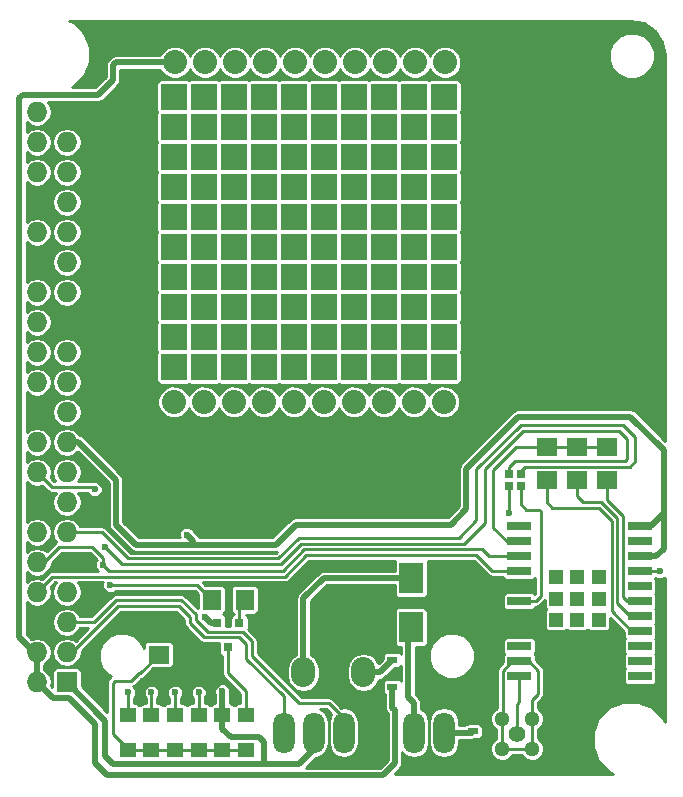
<source format=gbr>
G04 #@! TF.FileFunction,Copper,L1,Top,Signal*
%FSLAX46Y46*%
G04 Gerber Fmt 4.6, Leading zero omitted, Abs format (unit mm)*
G04 Created by KiCad (PCBNEW 4.0.2-1.fc23-product) date Sun 22 May 2016 02:59:59 BST*
%MOMM*%
G01*
G04 APERTURE LIST*
%ADD10C,0.100000*%
%ADD11R,2.235200X2.235200*%
%ADD12C,2.032000*%
%ADD13R,1.727200X1.727200*%
%ADD14O,1.727200X1.727200*%
%ADD15O,1.800860X3.500120*%
%ADD16R,2.000000X0.800000*%
%ADD17R,1.200000X1.200000*%
%ADD18R,2.029460X2.651760*%
%ADD19C,1.295400*%
%ADD20C,1.397000*%
%ADD21R,0.828040X0.629920*%
%ADD22R,0.750000X0.750000*%
%ADD23R,0.800100X0.800100*%
%ADD24R,1.399540X1.198880*%
%ADD25R,1.798320X1.597660*%
%ADD26R,1.597660X1.798320*%
%ADD27O,2.032000X2.540000*%
%ADD28C,0.600000*%
%ADD29C,0.500000*%
%ADD30C,0.250000*%
%ADD31C,0.254000*%
G04 APERTURE END LIST*
D10*
D11*
X104760000Y-102560000D03*
X102220000Y-102560000D03*
X99680000Y-102560000D03*
X97140000Y-102560000D03*
X94600000Y-102560000D03*
X92060000Y-102560000D03*
X89520000Y-102560000D03*
X86980000Y-102560000D03*
X84440000Y-102560000D03*
X81900000Y-102560000D03*
X104760000Y-100020000D03*
X102220000Y-100020000D03*
X99680000Y-100020000D03*
X97140000Y-100020000D03*
X94600000Y-100020000D03*
X92060000Y-100020000D03*
X89520000Y-100020000D03*
X86980000Y-100020000D03*
X84440000Y-100020000D03*
X81900000Y-100020000D03*
X104760000Y-97480000D03*
X102220000Y-97480000D03*
X99680000Y-97480000D03*
X97140000Y-97480000D03*
X94600000Y-97480000D03*
X92060000Y-97480000D03*
X89520000Y-97480000D03*
X86980000Y-97480000D03*
X84440000Y-97480000D03*
X81900000Y-97480000D03*
X104760000Y-94940000D03*
X102220000Y-94940000D03*
X99680000Y-94940000D03*
X97140000Y-94940000D03*
X94600000Y-94940000D03*
X92060000Y-94940000D03*
X89520000Y-94940000D03*
X86980000Y-94940000D03*
X84440000Y-94940000D03*
X81900000Y-94940000D03*
X104760000Y-92400000D03*
X102220000Y-92400000D03*
X99680000Y-92400000D03*
X97140000Y-92400000D03*
X94600000Y-92400000D03*
X92060000Y-92400000D03*
X89520000Y-92400000D03*
X86980000Y-92400000D03*
X84440000Y-92400000D03*
X81900000Y-92400000D03*
X104760000Y-89860000D03*
X102220000Y-89860000D03*
X99680000Y-89860000D03*
X97140000Y-89860000D03*
X94600000Y-89860000D03*
X92060000Y-89860000D03*
X89520000Y-89860000D03*
X86980000Y-89860000D03*
X84440000Y-89860000D03*
X81900000Y-89860000D03*
X104760000Y-87320000D03*
X102220000Y-87320000D03*
X99680000Y-87320000D03*
X97140000Y-87320000D03*
X94600000Y-87320000D03*
X92060000Y-87320000D03*
X89520000Y-87320000D03*
X86980000Y-87320000D03*
X84440000Y-87320000D03*
X81900000Y-87320000D03*
X104760000Y-84780000D03*
X102220000Y-84780000D03*
X99680000Y-84780000D03*
X97140000Y-84780000D03*
X94600000Y-84780000D03*
X92060000Y-84780000D03*
X89520000Y-84780000D03*
X86980000Y-84780000D03*
X84440000Y-84780000D03*
X81900000Y-84780000D03*
X104760000Y-82240000D03*
X102220000Y-82240000D03*
X99680000Y-82240000D03*
X97140000Y-82240000D03*
X94600000Y-82240000D03*
X92060000Y-82240000D03*
X89520000Y-82240000D03*
X86980000Y-82240000D03*
X84440000Y-82240000D03*
X81900000Y-82240000D03*
X104760000Y-79700000D03*
X102220000Y-79700000D03*
X99680000Y-79700000D03*
X97140000Y-79700000D03*
X94600000Y-79700000D03*
X92060000Y-79700000D03*
X89520000Y-79700000D03*
X86980000Y-79700000D03*
X84440000Y-79700000D03*
D12*
X82000000Y-76750000D03*
X84540000Y-76750000D03*
X87080000Y-76750000D03*
X89620000Y-76750000D03*
X92160000Y-76750000D03*
X94700000Y-76750000D03*
X97240000Y-76750000D03*
X99780000Y-76750000D03*
X102320000Y-76750000D03*
X104860000Y-76750000D03*
X79000000Y-102500000D03*
X79000000Y-99960000D03*
X79000000Y-97420000D03*
X79000000Y-94880000D03*
X79000000Y-92340000D03*
X79000000Y-89800000D03*
X79000000Y-87260000D03*
X79000000Y-84720000D03*
X79000000Y-82180000D03*
X79000000Y-79640000D03*
D13*
X72840000Y-129230000D03*
D14*
X70300000Y-129230000D03*
X72840000Y-126690000D03*
X70300000Y-126690000D03*
X72840000Y-124150000D03*
X70300000Y-124150000D03*
X72840000Y-121610000D03*
X70300000Y-121610000D03*
X72840000Y-119070000D03*
X70300000Y-119070000D03*
X72840000Y-116530000D03*
X70300000Y-116530000D03*
X72840000Y-113990000D03*
X70300000Y-113990000D03*
X72840000Y-111450000D03*
X70300000Y-111450000D03*
X72840000Y-108910000D03*
X70300000Y-108910000D03*
X72840000Y-106370000D03*
X70300000Y-106370000D03*
X72840000Y-103830000D03*
X70300000Y-103830000D03*
X72840000Y-101290000D03*
X70300000Y-101290000D03*
X72840000Y-98750000D03*
X70300000Y-98750000D03*
X72840000Y-96210000D03*
X70300000Y-96210000D03*
X72840000Y-93670000D03*
X70300000Y-93670000D03*
X72840000Y-91130000D03*
X70300000Y-91130000D03*
X72840000Y-88590000D03*
X70300000Y-88590000D03*
X72840000Y-86050000D03*
X70300000Y-86050000D03*
X72840000Y-83510000D03*
X70300000Y-83510000D03*
X72840000Y-80970000D03*
X70300000Y-80970000D03*
D15*
X104770000Y-133500000D03*
X102230000Y-133500000D03*
D16*
X111150000Y-116020000D03*
X111150000Y-117290000D03*
X111150000Y-118560000D03*
X111150000Y-119830000D03*
X111150000Y-121100000D03*
X111150000Y-122370000D03*
X111150000Y-123640000D03*
X111150000Y-124910000D03*
X111150000Y-126180000D03*
X111150000Y-127450000D03*
X111150000Y-128720000D03*
X121350000Y-128720000D03*
X121350000Y-127450000D03*
X121350000Y-126180000D03*
X121350000Y-124910000D03*
X121350000Y-123640000D03*
X121350000Y-122370000D03*
X121350000Y-121100000D03*
X121350000Y-119830000D03*
X121350000Y-118560000D03*
X121350000Y-117290000D03*
X121350000Y-116020000D03*
D17*
X114250000Y-120370000D03*
X114250000Y-122170000D03*
X114250000Y-123970000D03*
X116050000Y-120370000D03*
X116050000Y-122170000D03*
X116050000Y-123970000D03*
X117850000Y-120370000D03*
X117850000Y-122170000D03*
X117850000Y-123970000D03*
D18*
X102000000Y-124585340D03*
X102000000Y-120414660D03*
D19*
X109700000Y-134870000D03*
X112240000Y-134870000D03*
X112240000Y-132330000D03*
X109700000Y-132330000D03*
D20*
X110970000Y-133600000D03*
D21*
X100400000Y-129648080D03*
X100400000Y-127351920D03*
X107250000Y-133398080D03*
X107250000Y-131101920D03*
D15*
X98810000Y-133500000D03*
X96270000Y-133500000D03*
X93730000Y-133500000D03*
X91190000Y-133500000D03*
D22*
X111250000Y-111650000D03*
X111250000Y-112650000D03*
X110250000Y-112650000D03*
X110250000Y-111650000D03*
D23*
X87450000Y-124249240D03*
X85550000Y-124249240D03*
X86500000Y-126248220D03*
D12*
X104750000Y-105500000D03*
X102210000Y-105500000D03*
X99670000Y-105500000D03*
X97130000Y-105500000D03*
X94590000Y-105500000D03*
X92050000Y-105500000D03*
X89510000Y-105500000D03*
X86970000Y-105500000D03*
X84430000Y-105500000D03*
X81890000Y-105500000D03*
D11*
X81900000Y-79700000D03*
D24*
X86000000Y-132001400D03*
X86000000Y-134998600D03*
X88000000Y-132001400D03*
X88000000Y-134998600D03*
X84000000Y-132001400D03*
X84000000Y-134998600D03*
X82000000Y-132001400D03*
X82000000Y-134998600D03*
X80000000Y-132001400D03*
X80000000Y-134998600D03*
X78000000Y-132001400D03*
X78000000Y-134998600D03*
D25*
X116050000Y-112139540D03*
X116050000Y-109340460D03*
X113510000Y-112139540D03*
X113510000Y-109340460D03*
X80600000Y-126899540D03*
X80600000Y-124100460D03*
X118590000Y-112139540D03*
X118590000Y-109340460D03*
D26*
X87899540Y-122250000D03*
X85100460Y-122250000D03*
D27*
X95400000Y-128400000D03*
X97940000Y-128400000D03*
X92860000Y-128400000D03*
D28*
X83000000Y-116750000D03*
X84500000Y-123750000D03*
X86000000Y-130000000D03*
X78000000Y-130100000D03*
X76500000Y-121000000D03*
X75900000Y-119300000D03*
X80000000Y-130100000D03*
X75200000Y-112900000D03*
X82000000Y-130100000D03*
X84000000Y-130100000D03*
X78500000Y-124500000D03*
X76100000Y-117800000D03*
X110250000Y-114950000D03*
X123050000Y-119850000D03*
D29*
X92200000Y-115900000D02*
X105350000Y-115900000D01*
X123350000Y-114950000D02*
X123350000Y-109550000D01*
X83500000Y-117600000D02*
X90500000Y-117600000D01*
X90500000Y-117600000D02*
X92200000Y-115900000D01*
X106650000Y-111150000D02*
X111050000Y-106750000D01*
X111050000Y-106750000D02*
X120550000Y-106750000D01*
X120550000Y-106750000D02*
X123350000Y-109550000D01*
X106650000Y-114600000D02*
X106650000Y-111150000D01*
X105350000Y-115900000D02*
X106650000Y-114600000D01*
X83000000Y-116750000D02*
X83500000Y-117250000D01*
X83500000Y-117250000D02*
X83500000Y-117600000D01*
X86000000Y-132001400D02*
X86000000Y-130000000D01*
X84999240Y-124249240D02*
X85550000Y-124249240D01*
X84500000Y-123750000D02*
X84999240Y-124249240D01*
X89500000Y-136199998D02*
X92500002Y-136199998D01*
X92500002Y-136199998D02*
X94030000Y-134670000D01*
X94030000Y-134670000D02*
X94030000Y-133400000D01*
X86000000Y-132001400D02*
X86000000Y-133200000D01*
X89500000Y-134300000D02*
X89500000Y-136199998D01*
X89100000Y-133900000D02*
X89500000Y-134300000D01*
X86700000Y-133900000D02*
X89100000Y-133900000D01*
X86000000Y-133200000D02*
X86700000Y-133900000D01*
X72840000Y-108910000D02*
X73810000Y-108910000D01*
X78700000Y-117600000D02*
X83500000Y-117600000D01*
X77000000Y-115900000D02*
X78700000Y-117600000D01*
X77000000Y-112100000D02*
X77000000Y-115900000D01*
X73810000Y-108910000D02*
X77000000Y-112100000D01*
X76755024Y-136199998D02*
X76755024Y-136155024D01*
X89500000Y-136199998D02*
X76755024Y-136199998D01*
X76100000Y-132490000D02*
X72840000Y-129230000D01*
X76100000Y-135500000D02*
X76100000Y-132490000D01*
X76755024Y-136155024D02*
X76100000Y-135500000D01*
X121350000Y-116020000D02*
X122280000Y-116020000D01*
X122280000Y-116020000D02*
X123350000Y-114950000D01*
X121350000Y-118560000D02*
X122740000Y-118560000D01*
X123350000Y-117950000D02*
X123350000Y-114950000D01*
X122740000Y-118560000D02*
X123350000Y-117950000D01*
X74200000Y-79500000D02*
X75500000Y-79500000D01*
X68800000Y-125400000D02*
X68800000Y-79800000D01*
X68800000Y-79800000D02*
X69100000Y-79500000D01*
X69100000Y-79500000D02*
X74200000Y-79500000D01*
X70090000Y-126690000D02*
X68800000Y-125400000D01*
X77000000Y-76750000D02*
X82000000Y-76750000D01*
X76750000Y-77000000D02*
X77000000Y-76750000D01*
X76750000Y-78250000D02*
X76750000Y-77000000D01*
X75500000Y-79500000D02*
X76750000Y-78250000D01*
X76200000Y-137100000D02*
X99600000Y-137100000D01*
X100400000Y-131400000D02*
X100600000Y-131600000D01*
X100600000Y-131600000D02*
X100600000Y-136100000D01*
X76200000Y-137100000D02*
X75200000Y-136100000D01*
X75200000Y-136100000D02*
X75200000Y-132800000D01*
X75200000Y-132800000D02*
X73000000Y-130600000D01*
X73000000Y-130600000D02*
X71670000Y-130600000D01*
X70300000Y-129230000D02*
X71670000Y-130600000D01*
X100400000Y-131400000D02*
X100400000Y-129648080D01*
X99600000Y-137100000D02*
X100600000Y-136100000D01*
X70300000Y-126690000D02*
X70090000Y-126690000D01*
X81800000Y-76300000D02*
X81900000Y-76200000D01*
X70300000Y-129230000D02*
X70300000Y-129400000D01*
X70300000Y-129230000D02*
X70300000Y-129500000D01*
X70300000Y-129230000D02*
X70300000Y-129600000D01*
X70300000Y-126690000D02*
X70300000Y-129230000D01*
D30*
X78000000Y-132001400D02*
X78000000Y-130100000D01*
X93100000Y-118500000D02*
X107500000Y-118500000D01*
X70300000Y-121600000D02*
X71600000Y-120300000D01*
X93100000Y-118500000D02*
X91300000Y-120300000D01*
X91300000Y-120300000D02*
X71600000Y-120300000D01*
X108830000Y-119830000D02*
X111150000Y-119830000D01*
X107500000Y-118500000D02*
X108830000Y-119830000D01*
X70300000Y-121610000D02*
X70300000Y-121600000D01*
X92900000Y-118000000D02*
X108000000Y-118000000D01*
X75900000Y-119300000D02*
X76400000Y-119800000D01*
X92900000Y-118000000D02*
X91100000Y-119800000D01*
X91100000Y-119800000D02*
X76400000Y-119800000D01*
X108560000Y-118560000D02*
X111150000Y-118560000D01*
X108000000Y-118000000D02*
X108560000Y-118560000D01*
X76500000Y-121000000D02*
X83850460Y-121000000D01*
X83850460Y-121000000D02*
X85100460Y-122250000D01*
X75900000Y-119300000D02*
X75900000Y-118700000D01*
X72200000Y-117800000D02*
X70930000Y-119070000D01*
X72200000Y-117800000D02*
X75000000Y-117800000D01*
X75900000Y-118700000D02*
X75000000Y-117800000D01*
X70300000Y-119070000D02*
X70930000Y-119070000D01*
X80000000Y-132001400D02*
X80000000Y-130100000D01*
X82000000Y-132001400D02*
X82000000Y-130100000D01*
X70300000Y-111450000D02*
X71550000Y-112700000D01*
X75000000Y-112700000D02*
X71550000Y-112700000D01*
X75200000Y-112900000D02*
X75000000Y-112700000D01*
X84000000Y-132001400D02*
X84000000Y-130100000D01*
D29*
X95400000Y-128400000D02*
X95400000Y-128900000D01*
X95400000Y-128900000D02*
X98810000Y-132310000D01*
X98810000Y-132310000D02*
X98810000Y-133500000D01*
X95400000Y-128400000D02*
X95400000Y-123850000D01*
X107500000Y-122500000D02*
X107750000Y-122750000D01*
X95400000Y-123850000D02*
X96750000Y-122500000D01*
X96750000Y-122500000D02*
X107500000Y-122500000D01*
X80600000Y-124100460D02*
X78899540Y-124100460D01*
X78899540Y-124100460D02*
X78500000Y-124500000D01*
X107250000Y-131101920D02*
X107250000Y-128750000D01*
X107750000Y-128250000D02*
X107750000Y-124250000D01*
X107250000Y-128750000D02*
X107750000Y-128250000D01*
X107750000Y-122750000D02*
X107750000Y-122000000D01*
X108650000Y-121100000D02*
X111150000Y-121100000D01*
X108650000Y-121100000D02*
X107750000Y-122000000D01*
X107750000Y-122750000D02*
X107750000Y-124250000D01*
X108410000Y-124910000D02*
X107750000Y-124250000D01*
X111150000Y-124910000D02*
X108410000Y-124910000D01*
X111150000Y-123640000D02*
X108640000Y-123640000D01*
X108640000Y-123640000D02*
X107750000Y-122750000D01*
D30*
X112240000Y-132330000D02*
X112240000Y-130760000D01*
X112750000Y-128250000D02*
X111950000Y-127450000D01*
X112750000Y-130250000D02*
X112750000Y-128250000D01*
X112240000Y-130760000D02*
X112750000Y-130250000D01*
X111950000Y-127450000D02*
X110550000Y-127450000D01*
X110550000Y-127450000D02*
X109750000Y-128250000D01*
X109750000Y-128250000D02*
X109750000Y-132280000D01*
X109750000Y-132280000D02*
X109700000Y-132330000D01*
X109700000Y-132330000D02*
X109700000Y-134870000D01*
X109700000Y-134870000D02*
X112240000Y-134870000D01*
X112240000Y-134870000D02*
X112240000Y-132330000D01*
X111150000Y-128720000D02*
X111150000Y-130880000D01*
X110970000Y-131060000D02*
X110970000Y-133600000D01*
X111150000Y-130880000D02*
X110970000Y-131060000D01*
X82000000Y-134998600D02*
X84000000Y-134998600D01*
X84000000Y-134998600D02*
X86000000Y-134998600D01*
X86000000Y-134998600D02*
X88000000Y-134998600D01*
X80000000Y-134998600D02*
X82000000Y-134998600D01*
X78000000Y-134998600D02*
X80000000Y-134998600D01*
X78900000Y-128500000D02*
X78999540Y-128500000D01*
X78999540Y-128500000D02*
X80600000Y-126899540D01*
X76700000Y-133600000D02*
X78000000Y-134900000D01*
X76700000Y-129300000D02*
X76700000Y-133600000D01*
X76900000Y-129100000D02*
X76700000Y-129300000D01*
X78300000Y-129100000D02*
X76900000Y-129100000D01*
X78900000Y-128500000D02*
X78300000Y-129100000D01*
X78000000Y-134900000D02*
X78000000Y-134998600D01*
X118590000Y-112139540D02*
X118590000Y-113790000D01*
X120270000Y-122370000D02*
X121350000Y-122370000D01*
X119950000Y-122050000D02*
X120270000Y-122370000D01*
X119950000Y-115150000D02*
X119950000Y-122050000D01*
X118590000Y-113790000D02*
X119950000Y-115150000D01*
D29*
X102230000Y-133500000D02*
X102230000Y-130980000D01*
X101750000Y-130500000D02*
X101750000Y-124835340D01*
X102230000Y-130980000D02*
X101750000Y-130500000D01*
X101750000Y-124835340D02*
X102000000Y-124585340D01*
D30*
X101800000Y-125681920D02*
X101800000Y-125560000D01*
D29*
X92860000Y-128400000D02*
X92860000Y-122140000D01*
X94585340Y-120414660D02*
X102000000Y-120414660D01*
X92860000Y-122140000D02*
X94585340Y-120414660D01*
D30*
X113510000Y-109340460D02*
X116050000Y-109340460D01*
X111150000Y-117290000D02*
X110090000Y-117290000D01*
X110859540Y-109340460D02*
X116050000Y-109340460D01*
X108950000Y-111250000D02*
X110859540Y-109340460D01*
X108950000Y-116150000D02*
X108950000Y-111250000D01*
X110090000Y-117290000D02*
X108950000Y-116150000D01*
X116050000Y-109340460D02*
X118590000Y-109340460D01*
X111150000Y-117290000D02*
X110190000Y-117290000D01*
X113510000Y-112139540D02*
X113510000Y-114010000D01*
X118950000Y-123250000D02*
X120610000Y-124910000D01*
X118950000Y-115550000D02*
X118950000Y-123250000D01*
X117850000Y-114450000D02*
X118950000Y-115550000D01*
X113950000Y-114450000D02*
X117850000Y-114450000D01*
X113510000Y-114010000D02*
X113950000Y-114450000D01*
X120610000Y-124910000D02*
X121350000Y-124910000D01*
X116050000Y-112139540D02*
X116050000Y-113450000D01*
X119450000Y-122550000D02*
X120540000Y-123640000D01*
X119450000Y-115350000D02*
X119450000Y-122550000D01*
X118050000Y-113950000D02*
X119450000Y-115350000D01*
X116550000Y-113950000D02*
X118050000Y-113950000D01*
X116050000Y-113450000D02*
X116550000Y-113950000D01*
X120540000Y-123640000D02*
X121350000Y-123640000D01*
D29*
X104770000Y-133500000D02*
X107148080Y-133500000D01*
D30*
X107148080Y-133500000D02*
X107250000Y-133398080D01*
D29*
X97940000Y-128400000D02*
X99351920Y-128400000D01*
X99351920Y-128400000D02*
X100400000Y-127351920D01*
D30*
X77200000Y-122800000D02*
X82300000Y-122800000D01*
X91190000Y-130440000D02*
X91190000Y-133500000D01*
X88000000Y-127250000D02*
X91190000Y-130440000D01*
X88000000Y-126000000D02*
X88000000Y-127250000D01*
X87450002Y-125450002D02*
X88000000Y-126000000D01*
X84450002Y-125450002D02*
X87450002Y-125450002D01*
X83250000Y-124250000D02*
X84450002Y-125450002D01*
X83250000Y-123750000D02*
X83250000Y-124250000D01*
X82300000Y-122800000D02*
X83250000Y-123750000D01*
X73310000Y-126690000D02*
X77200000Y-122800000D01*
X72840000Y-126690000D02*
X73310000Y-126690000D01*
X72840000Y-124150000D02*
X75100000Y-124150000D01*
X95000000Y-131000000D02*
X96270000Y-132270000D01*
X92500000Y-131000000D02*
X95000000Y-131000000D01*
X88500000Y-127000000D02*
X92500000Y-131000000D01*
X88500000Y-125750000D02*
X88500000Y-127000000D01*
X87750000Y-125000000D02*
X88500000Y-125750000D01*
X84750000Y-125000000D02*
X87750000Y-125000000D01*
X83750000Y-124000000D02*
X84750000Y-125000000D01*
X83750000Y-123500000D02*
X83750000Y-124000000D01*
X82500000Y-122250000D02*
X83750000Y-123500000D01*
X77000000Y-122250000D02*
X82500000Y-122250000D01*
X75100000Y-124150000D02*
X77000000Y-122250000D01*
X96270000Y-132270000D02*
X96270000Y-133500000D01*
X92500000Y-117000000D02*
X106000000Y-117000000D01*
X107500000Y-111200000D02*
X111250000Y-107450000D01*
X111250000Y-107450000D02*
X119950000Y-107450000D01*
X119950000Y-107450000D02*
X120950000Y-108450000D01*
X111250000Y-111350000D02*
X111599998Y-111000002D01*
X111599998Y-111000002D02*
X120499998Y-111000002D01*
X120499998Y-111000002D02*
X120950000Y-110550000D01*
X120950000Y-110550000D02*
X120950000Y-108450000D01*
X90750002Y-118749998D02*
X92500000Y-117000000D01*
X78049998Y-118749998D02*
X90750002Y-118749998D01*
X75830000Y-116530000D02*
X78049998Y-118749998D01*
X75830000Y-116530000D02*
X72840000Y-116530000D01*
X107500000Y-115500000D02*
X107500000Y-111200000D01*
X106000000Y-117000000D02*
X107500000Y-115500000D01*
X111250000Y-111650000D02*
X111250000Y-111350000D01*
X92700000Y-117500000D02*
X106500000Y-117500000D01*
X92700000Y-117500000D02*
X91000000Y-119200000D01*
X91000000Y-119200000D02*
X77500000Y-119200000D01*
X77500000Y-119200000D02*
X76100000Y-117800000D01*
X106500000Y-117500000D02*
X108250000Y-115750000D01*
X120250000Y-110350000D02*
X120250000Y-108650000D01*
X120250000Y-108650000D02*
X119550000Y-107950000D01*
X119550000Y-107950000D02*
X111450000Y-107950000D01*
X111450000Y-107950000D02*
X108250000Y-111150000D01*
X108250000Y-111150000D02*
X108250000Y-115750000D01*
X110250000Y-111650000D02*
X110250000Y-111050000D01*
X120050000Y-110550000D02*
X120250000Y-110350000D01*
X110750000Y-110550000D02*
X120050000Y-110550000D01*
X110250000Y-111050000D02*
X110750000Y-110550000D01*
X111250000Y-112650000D02*
X111250000Y-114150000D01*
X112530000Y-122370000D02*
X111150000Y-122370000D01*
X112950000Y-121950000D02*
X112530000Y-122370000D01*
X112950000Y-114750000D02*
X112950000Y-121950000D01*
X112850000Y-114650000D02*
X112950000Y-114750000D01*
X111750000Y-114650000D02*
X112850000Y-114650000D01*
X111250000Y-114150000D02*
X111750000Y-114650000D01*
X121350000Y-119830000D02*
X123030000Y-119830000D01*
X110250000Y-114950000D02*
X110250000Y-112650000D01*
X123030000Y-119830000D02*
X123050000Y-119850000D01*
X86500000Y-126248220D02*
X86500000Y-128498220D01*
X88000000Y-129998220D02*
X88000000Y-132001400D01*
X86500000Y-128498220D02*
X88000000Y-129998220D01*
X87450000Y-124249240D02*
X87450000Y-122699540D01*
X87450000Y-122699540D02*
X87899540Y-122250000D01*
D31*
G36*
X100611081Y-119088780D02*
X100611081Y-119797660D01*
X94585340Y-119797660D01*
X94349224Y-119844626D01*
X94149055Y-119978375D01*
X92423715Y-121703715D01*
X92289966Y-121903884D01*
X92243000Y-122140000D01*
X92243000Y-126894836D01*
X91882071Y-127136000D01*
X91582275Y-127584678D01*
X91477000Y-128113929D01*
X91477000Y-128686071D01*
X91582275Y-129215322D01*
X91882071Y-129664000D01*
X92330749Y-129963796D01*
X92860000Y-130069071D01*
X93389251Y-129963796D01*
X93837929Y-129664000D01*
X94137725Y-129215322D01*
X94243000Y-128686071D01*
X94243000Y-128113929D01*
X94137725Y-127584678D01*
X93837929Y-127136000D01*
X93477000Y-126894836D01*
X93477000Y-122395570D01*
X94840910Y-121031660D01*
X100611081Y-121031660D01*
X100611081Y-121740540D01*
X100636671Y-121876542D01*
X100717048Y-122001451D01*
X100839690Y-122085248D01*
X100985270Y-122114729D01*
X103014730Y-122114729D01*
X103150732Y-122089139D01*
X103275641Y-122008762D01*
X103359438Y-121886120D01*
X103388919Y-121740540D01*
X103388919Y-119088780D01*
X103370709Y-118992000D01*
X107296206Y-118992000D01*
X108482103Y-120177897D01*
X108641719Y-120284549D01*
X108830000Y-120322001D01*
X108830005Y-120322000D01*
X109793122Y-120322000D01*
X109801401Y-120366002D01*
X109881778Y-120490911D01*
X110004420Y-120574708D01*
X110150000Y-120604189D01*
X112150000Y-120604189D01*
X112286002Y-120578599D01*
X112410911Y-120498222D01*
X112458000Y-120429304D01*
X112458000Y-121746207D01*
X112448329Y-121755877D01*
X112418222Y-121709089D01*
X112295580Y-121625292D01*
X112150000Y-121595811D01*
X110150000Y-121595811D01*
X110013998Y-121621401D01*
X109889089Y-121701778D01*
X109805292Y-121824420D01*
X109775811Y-121970000D01*
X109775811Y-122770000D01*
X109801401Y-122906002D01*
X109881778Y-123030911D01*
X110004420Y-123114708D01*
X110150000Y-123144189D01*
X112150000Y-123144189D01*
X112286002Y-123118599D01*
X112410911Y-123038222D01*
X112494708Y-122915580D01*
X112505558Y-122862000D01*
X112529995Y-122862000D01*
X112530000Y-122862001D01*
X112718281Y-122824549D01*
X112877897Y-122717897D01*
X113275811Y-122319982D01*
X113275811Y-122770000D01*
X113301401Y-122906002D01*
X113381778Y-123030911D01*
X113438738Y-123069830D01*
X113389089Y-123101778D01*
X113305292Y-123224420D01*
X113275811Y-123370000D01*
X113275811Y-124570000D01*
X113301401Y-124706002D01*
X113381778Y-124830911D01*
X113504420Y-124914708D01*
X113650000Y-124944189D01*
X114850000Y-124944189D01*
X114986002Y-124918599D01*
X115110911Y-124838222D01*
X115149830Y-124781262D01*
X115181778Y-124830911D01*
X115304420Y-124914708D01*
X115450000Y-124944189D01*
X116650000Y-124944189D01*
X116786002Y-124918599D01*
X116910911Y-124838222D01*
X116949830Y-124781262D01*
X116981778Y-124830911D01*
X117104420Y-124914708D01*
X117250000Y-124944189D01*
X118450000Y-124944189D01*
X118586002Y-124918599D01*
X118710911Y-124838222D01*
X118794708Y-124715580D01*
X118824189Y-124570000D01*
X118824189Y-123819983D01*
X119975811Y-124971604D01*
X119975811Y-125310000D01*
X120001401Y-125446002D01*
X120065728Y-125545968D01*
X120005292Y-125634420D01*
X119975811Y-125780000D01*
X119975811Y-126580000D01*
X120001401Y-126716002D01*
X120065728Y-126815968D01*
X120005292Y-126904420D01*
X119975811Y-127050000D01*
X119975811Y-127850000D01*
X120001401Y-127986002D01*
X120065728Y-128085968D01*
X120005292Y-128174420D01*
X119975811Y-128320000D01*
X119975811Y-129120000D01*
X120001401Y-129256002D01*
X120081778Y-129380911D01*
X120204420Y-129464708D01*
X120350000Y-129494189D01*
X122350000Y-129494189D01*
X122486002Y-129468599D01*
X122610911Y-129388222D01*
X122694708Y-129265580D01*
X122724189Y-129120000D01*
X122724189Y-128320000D01*
X122698599Y-128183998D01*
X122634272Y-128084032D01*
X122694708Y-127995580D01*
X122724189Y-127850000D01*
X122724189Y-127050000D01*
X122698599Y-126913998D01*
X122634272Y-126814032D01*
X122694708Y-126725580D01*
X122724189Y-126580000D01*
X122724189Y-125780000D01*
X122698599Y-125643998D01*
X122634272Y-125544032D01*
X122694708Y-125455580D01*
X122724189Y-125310000D01*
X122724189Y-124510000D01*
X122698599Y-124373998D01*
X122634272Y-124274032D01*
X122694708Y-124185580D01*
X122724189Y-124040000D01*
X122724189Y-123240000D01*
X122698599Y-123103998D01*
X122634272Y-123004032D01*
X122694708Y-122915580D01*
X122724189Y-122770000D01*
X122724189Y-121970000D01*
X122698599Y-121833998D01*
X122634272Y-121734032D01*
X122694708Y-121645580D01*
X122724189Y-121500000D01*
X122724189Y-120700000D01*
X122698599Y-120563998D01*
X122634272Y-120464032D01*
X122669311Y-120412750D01*
X122671682Y-120415125D01*
X122916743Y-120516884D01*
X123182092Y-120517115D01*
X123427331Y-120415785D01*
X123453000Y-120390161D01*
X123453000Y-132627029D01*
X123307313Y-132274439D01*
X122400336Y-131365877D01*
X121214706Y-130873561D01*
X119930926Y-130872441D01*
X118744439Y-131362687D01*
X117835877Y-132269664D01*
X117343561Y-133455294D01*
X117342441Y-134739074D01*
X117832687Y-135925561D01*
X118739664Y-136834123D01*
X119098200Y-136983000D01*
X100589570Y-136983000D01*
X101036285Y-136536285D01*
X101133268Y-136391140D01*
X101170034Y-136336116D01*
X101217000Y-136100000D01*
X101217000Y-135112523D01*
X101333792Y-135287314D01*
X101744976Y-135562059D01*
X102230000Y-135658536D01*
X102715024Y-135562059D01*
X103126208Y-135287314D01*
X103400953Y-134876130D01*
X103497430Y-134391106D01*
X103497430Y-132608894D01*
X103502570Y-132608894D01*
X103502570Y-134391106D01*
X103599047Y-134876130D01*
X103873792Y-135287314D01*
X104284976Y-135562059D01*
X104770000Y-135658536D01*
X105255024Y-135562059D01*
X105666208Y-135287314D01*
X105940953Y-134876130D01*
X106037430Y-134391106D01*
X106037430Y-134117000D01*
X107148080Y-134117000D01*
X107297750Y-134087229D01*
X107664020Y-134087229D01*
X107800022Y-134061639D01*
X107924931Y-133981262D01*
X108008728Y-133858620D01*
X108038209Y-133713040D01*
X108038209Y-133083120D01*
X108012619Y-132947118D01*
X107932242Y-132822209D01*
X107809600Y-132738412D01*
X107664020Y-132708931D01*
X106835980Y-132708931D01*
X106699978Y-132734521D01*
X106575069Y-132814898D01*
X106528537Y-132883000D01*
X106037430Y-132883000D01*
X106037430Y-132608894D01*
X106021927Y-132530951D01*
X108685124Y-132530951D01*
X108839278Y-132904030D01*
X109124468Y-133189719D01*
X109208000Y-133224404D01*
X109208000Y-133975384D01*
X109125970Y-134009278D01*
X108840281Y-134294468D01*
X108685477Y-134667278D01*
X108685124Y-135070951D01*
X108839278Y-135444030D01*
X109124468Y-135729719D01*
X109497278Y-135884523D01*
X109900951Y-135884876D01*
X110274030Y-135730722D01*
X110559719Y-135445532D01*
X110594404Y-135362000D01*
X111345384Y-135362000D01*
X111379278Y-135444030D01*
X111664468Y-135729719D01*
X112037278Y-135884523D01*
X112440951Y-135884876D01*
X112814030Y-135730722D01*
X113099719Y-135445532D01*
X113254523Y-135072722D01*
X113254876Y-134669049D01*
X113100722Y-134295970D01*
X112815532Y-134010281D01*
X112732000Y-133975596D01*
X112732000Y-133224616D01*
X112814030Y-133190722D01*
X113099719Y-132905532D01*
X113254523Y-132532722D01*
X113254876Y-132129049D01*
X113100722Y-131755970D01*
X112815532Y-131470281D01*
X112732000Y-131435596D01*
X112732000Y-130963794D01*
X113097894Y-130597899D01*
X113097897Y-130597897D01*
X113184832Y-130467789D01*
X113204549Y-130438281D01*
X113242001Y-130250000D01*
X113242000Y-130249995D01*
X113242000Y-128250005D01*
X113242001Y-128250000D01*
X113204549Y-128061719D01*
X113140987Y-127966592D01*
X113097897Y-127902103D01*
X113097894Y-127902101D01*
X112524189Y-127328395D01*
X112524189Y-127050000D01*
X112498599Y-126913998D01*
X112434272Y-126814032D01*
X112494708Y-126725580D01*
X112524189Y-126580000D01*
X112524189Y-125780000D01*
X112498599Y-125643998D01*
X112418222Y-125519089D01*
X112295580Y-125435292D01*
X112150000Y-125405811D01*
X110150000Y-125405811D01*
X110013998Y-125431401D01*
X109889089Y-125511778D01*
X109805292Y-125634420D01*
X109775811Y-125780000D01*
X109775811Y-126580000D01*
X109801401Y-126716002D01*
X109865728Y-126815968D01*
X109805292Y-126904420D01*
X109775811Y-127050000D01*
X109775811Y-127528395D01*
X109402103Y-127902103D01*
X109295451Y-128061719D01*
X109257999Y-128250000D01*
X109258000Y-128250005D01*
X109258000Y-131414724D01*
X109125970Y-131469278D01*
X108840281Y-131754468D01*
X108685477Y-132127278D01*
X108685124Y-132530951D01*
X106021927Y-132530951D01*
X105940953Y-132123870D01*
X105666208Y-131712686D01*
X105255024Y-131437941D01*
X104770000Y-131341464D01*
X104284976Y-131437941D01*
X103873792Y-131712686D01*
X103599047Y-132123870D01*
X103502570Y-132608894D01*
X103497430Y-132608894D01*
X103400953Y-132123870D01*
X103126208Y-131712686D01*
X102847000Y-131526125D01*
X102847000Y-130980005D01*
X102847001Y-130980000D01*
X102800034Y-130743885D01*
X102800034Y-130743884D01*
X102666285Y-130543715D01*
X102367000Y-130244430D01*
X102367000Y-127387068D01*
X103455161Y-127387068D01*
X103752089Y-128105689D01*
X104301419Y-128655978D01*
X105019520Y-128954160D01*
X105797068Y-128954839D01*
X106515689Y-128657911D01*
X107065978Y-128108581D01*
X107364160Y-127390480D01*
X107364839Y-126612932D01*
X107067911Y-125894311D01*
X106518581Y-125344022D01*
X105800480Y-125045840D01*
X105022932Y-125045161D01*
X104304311Y-125342089D01*
X103754022Y-125891419D01*
X103455840Y-126609520D01*
X103455161Y-127387068D01*
X102367000Y-127387068D01*
X102367000Y-126285409D01*
X103014730Y-126285409D01*
X103150732Y-126259819D01*
X103275641Y-126179442D01*
X103359438Y-126056800D01*
X103388919Y-125911220D01*
X103388919Y-123259460D01*
X103363329Y-123123458D01*
X103282952Y-122998549D01*
X103160310Y-122914752D01*
X103014730Y-122885271D01*
X100985270Y-122885271D01*
X100849268Y-122910861D01*
X100724359Y-122991238D01*
X100640562Y-123113880D01*
X100611081Y-123259460D01*
X100611081Y-125911220D01*
X100636671Y-126047222D01*
X100717048Y-126172131D01*
X100839690Y-126255928D01*
X100985270Y-126285409D01*
X101133000Y-126285409D01*
X101133000Y-126854929D01*
X101082242Y-126776049D01*
X100959600Y-126692252D01*
X100814020Y-126662771D01*
X99985980Y-126662771D01*
X99849978Y-126688361D01*
X99725069Y-126768738D01*
X99641272Y-126891380D01*
X99611791Y-127036960D01*
X99611791Y-127267559D01*
X99230491Y-127648859D01*
X99217725Y-127584678D01*
X98917929Y-127136000D01*
X98469251Y-126836204D01*
X97940000Y-126730929D01*
X97410749Y-126836204D01*
X96962071Y-127136000D01*
X96662275Y-127584678D01*
X96557000Y-128113929D01*
X96557000Y-128686071D01*
X96662275Y-129215322D01*
X96962071Y-129664000D01*
X97410749Y-129963796D01*
X97940000Y-130069071D01*
X98469251Y-129963796D01*
X98917929Y-129664000D01*
X99217725Y-129215322D01*
X99257174Y-129017000D01*
X99351920Y-129017000D01*
X99588036Y-128970034D01*
X99788205Y-128836285D01*
X100583421Y-128041069D01*
X100814020Y-128041069D01*
X100950022Y-128015479D01*
X101074931Y-127935102D01*
X101133000Y-127850114D01*
X101133000Y-129151089D01*
X101082242Y-129072209D01*
X100959600Y-128988412D01*
X100814020Y-128958931D01*
X99985980Y-128958931D01*
X99849978Y-128984521D01*
X99725069Y-129064898D01*
X99641272Y-129187540D01*
X99611791Y-129333120D01*
X99611791Y-129963040D01*
X99637381Y-130099042D01*
X99717758Y-130223951D01*
X99783000Y-130268529D01*
X99783000Y-131400000D01*
X99829966Y-131636116D01*
X99963715Y-131836285D01*
X99983000Y-131855570D01*
X99983000Y-135844430D01*
X99344430Y-136483000D01*
X93089570Y-136483000D01*
X93959730Y-135612840D01*
X94215024Y-135562059D01*
X94626208Y-135287314D01*
X94900953Y-134876130D01*
X94997430Y-134391106D01*
X94997430Y-132608894D01*
X94900953Y-132123870D01*
X94626208Y-131712686D01*
X94295929Y-131492000D01*
X94796206Y-131492000D01*
X95230838Y-131926631D01*
X95099047Y-132123870D01*
X95002570Y-132608894D01*
X95002570Y-134391106D01*
X95099047Y-134876130D01*
X95373792Y-135287314D01*
X95784976Y-135562059D01*
X96270000Y-135658536D01*
X96755024Y-135562059D01*
X97166208Y-135287314D01*
X97440953Y-134876130D01*
X97537430Y-134391106D01*
X97537430Y-132608894D01*
X97440953Y-132123870D01*
X97166208Y-131712686D01*
X96755024Y-131437941D01*
X96270000Y-131341464D01*
X96075872Y-131380078D01*
X95347897Y-130652103D01*
X95188281Y-130545451D01*
X95000000Y-130507999D01*
X94999995Y-130508000D01*
X92703793Y-130508000D01*
X88992000Y-126796206D01*
X88992000Y-125750005D01*
X88992001Y-125750000D01*
X88954549Y-125561719D01*
X88911830Y-125497786D01*
X88847897Y-125402103D01*
X88847894Y-125402101D01*
X88202489Y-124756695D01*
X88224239Y-124649290D01*
X88224239Y-123849190D01*
X88198649Y-123713188D01*
X88118272Y-123588279D01*
X88023243Y-123523349D01*
X88698370Y-123523349D01*
X88834372Y-123497759D01*
X88959281Y-123417382D01*
X89043078Y-123294740D01*
X89072559Y-123149160D01*
X89072559Y-121350840D01*
X89046969Y-121214838D01*
X88966592Y-121089929D01*
X88843950Y-121006132D01*
X88698370Y-120976651D01*
X87100710Y-120976651D01*
X86964708Y-121002241D01*
X86839799Y-121082618D01*
X86756002Y-121205260D01*
X86726521Y-121350840D01*
X86726521Y-123149160D01*
X86752111Y-123285162D01*
X86832488Y-123410071D01*
X86953953Y-123493064D01*
X86913948Y-123500591D01*
X86789039Y-123580968D01*
X86705242Y-123703610D01*
X86675761Y-123849190D01*
X86675761Y-124508000D01*
X86324239Y-124508000D01*
X86324239Y-123849190D01*
X86298649Y-123713188D01*
X86218272Y-123588279D01*
X86095630Y-123504482D01*
X86041788Y-123493579D01*
X86160201Y-123417382D01*
X86243998Y-123294740D01*
X86273479Y-123149160D01*
X86273479Y-121350840D01*
X86247889Y-121214838D01*
X86167512Y-121089929D01*
X86044870Y-121006132D01*
X85899290Y-120976651D01*
X84522905Y-120976651D01*
X84338254Y-120792000D01*
X91299995Y-120792000D01*
X91300000Y-120792001D01*
X91488281Y-120754549D01*
X91647897Y-120647897D01*
X93303793Y-118992000D01*
X100630680Y-118992000D01*
X100611081Y-119088780D01*
X100611081Y-119088780D01*
G37*
X100611081Y-119088780D02*
X100611081Y-119797660D01*
X94585340Y-119797660D01*
X94349224Y-119844626D01*
X94149055Y-119978375D01*
X92423715Y-121703715D01*
X92289966Y-121903884D01*
X92243000Y-122140000D01*
X92243000Y-126894836D01*
X91882071Y-127136000D01*
X91582275Y-127584678D01*
X91477000Y-128113929D01*
X91477000Y-128686071D01*
X91582275Y-129215322D01*
X91882071Y-129664000D01*
X92330749Y-129963796D01*
X92860000Y-130069071D01*
X93389251Y-129963796D01*
X93837929Y-129664000D01*
X94137725Y-129215322D01*
X94243000Y-128686071D01*
X94243000Y-128113929D01*
X94137725Y-127584678D01*
X93837929Y-127136000D01*
X93477000Y-126894836D01*
X93477000Y-122395570D01*
X94840910Y-121031660D01*
X100611081Y-121031660D01*
X100611081Y-121740540D01*
X100636671Y-121876542D01*
X100717048Y-122001451D01*
X100839690Y-122085248D01*
X100985270Y-122114729D01*
X103014730Y-122114729D01*
X103150732Y-122089139D01*
X103275641Y-122008762D01*
X103359438Y-121886120D01*
X103388919Y-121740540D01*
X103388919Y-119088780D01*
X103370709Y-118992000D01*
X107296206Y-118992000D01*
X108482103Y-120177897D01*
X108641719Y-120284549D01*
X108830000Y-120322001D01*
X108830005Y-120322000D01*
X109793122Y-120322000D01*
X109801401Y-120366002D01*
X109881778Y-120490911D01*
X110004420Y-120574708D01*
X110150000Y-120604189D01*
X112150000Y-120604189D01*
X112286002Y-120578599D01*
X112410911Y-120498222D01*
X112458000Y-120429304D01*
X112458000Y-121746207D01*
X112448329Y-121755877D01*
X112418222Y-121709089D01*
X112295580Y-121625292D01*
X112150000Y-121595811D01*
X110150000Y-121595811D01*
X110013998Y-121621401D01*
X109889089Y-121701778D01*
X109805292Y-121824420D01*
X109775811Y-121970000D01*
X109775811Y-122770000D01*
X109801401Y-122906002D01*
X109881778Y-123030911D01*
X110004420Y-123114708D01*
X110150000Y-123144189D01*
X112150000Y-123144189D01*
X112286002Y-123118599D01*
X112410911Y-123038222D01*
X112494708Y-122915580D01*
X112505558Y-122862000D01*
X112529995Y-122862000D01*
X112530000Y-122862001D01*
X112718281Y-122824549D01*
X112877897Y-122717897D01*
X113275811Y-122319982D01*
X113275811Y-122770000D01*
X113301401Y-122906002D01*
X113381778Y-123030911D01*
X113438738Y-123069830D01*
X113389089Y-123101778D01*
X113305292Y-123224420D01*
X113275811Y-123370000D01*
X113275811Y-124570000D01*
X113301401Y-124706002D01*
X113381778Y-124830911D01*
X113504420Y-124914708D01*
X113650000Y-124944189D01*
X114850000Y-124944189D01*
X114986002Y-124918599D01*
X115110911Y-124838222D01*
X115149830Y-124781262D01*
X115181778Y-124830911D01*
X115304420Y-124914708D01*
X115450000Y-124944189D01*
X116650000Y-124944189D01*
X116786002Y-124918599D01*
X116910911Y-124838222D01*
X116949830Y-124781262D01*
X116981778Y-124830911D01*
X117104420Y-124914708D01*
X117250000Y-124944189D01*
X118450000Y-124944189D01*
X118586002Y-124918599D01*
X118710911Y-124838222D01*
X118794708Y-124715580D01*
X118824189Y-124570000D01*
X118824189Y-123819983D01*
X119975811Y-124971604D01*
X119975811Y-125310000D01*
X120001401Y-125446002D01*
X120065728Y-125545968D01*
X120005292Y-125634420D01*
X119975811Y-125780000D01*
X119975811Y-126580000D01*
X120001401Y-126716002D01*
X120065728Y-126815968D01*
X120005292Y-126904420D01*
X119975811Y-127050000D01*
X119975811Y-127850000D01*
X120001401Y-127986002D01*
X120065728Y-128085968D01*
X120005292Y-128174420D01*
X119975811Y-128320000D01*
X119975811Y-129120000D01*
X120001401Y-129256002D01*
X120081778Y-129380911D01*
X120204420Y-129464708D01*
X120350000Y-129494189D01*
X122350000Y-129494189D01*
X122486002Y-129468599D01*
X122610911Y-129388222D01*
X122694708Y-129265580D01*
X122724189Y-129120000D01*
X122724189Y-128320000D01*
X122698599Y-128183998D01*
X122634272Y-128084032D01*
X122694708Y-127995580D01*
X122724189Y-127850000D01*
X122724189Y-127050000D01*
X122698599Y-126913998D01*
X122634272Y-126814032D01*
X122694708Y-126725580D01*
X122724189Y-126580000D01*
X122724189Y-125780000D01*
X122698599Y-125643998D01*
X122634272Y-125544032D01*
X122694708Y-125455580D01*
X122724189Y-125310000D01*
X122724189Y-124510000D01*
X122698599Y-124373998D01*
X122634272Y-124274032D01*
X122694708Y-124185580D01*
X122724189Y-124040000D01*
X122724189Y-123240000D01*
X122698599Y-123103998D01*
X122634272Y-123004032D01*
X122694708Y-122915580D01*
X122724189Y-122770000D01*
X122724189Y-121970000D01*
X122698599Y-121833998D01*
X122634272Y-121734032D01*
X122694708Y-121645580D01*
X122724189Y-121500000D01*
X122724189Y-120700000D01*
X122698599Y-120563998D01*
X122634272Y-120464032D01*
X122669311Y-120412750D01*
X122671682Y-120415125D01*
X122916743Y-120516884D01*
X123182092Y-120517115D01*
X123427331Y-120415785D01*
X123453000Y-120390161D01*
X123453000Y-132627029D01*
X123307313Y-132274439D01*
X122400336Y-131365877D01*
X121214706Y-130873561D01*
X119930926Y-130872441D01*
X118744439Y-131362687D01*
X117835877Y-132269664D01*
X117343561Y-133455294D01*
X117342441Y-134739074D01*
X117832687Y-135925561D01*
X118739664Y-136834123D01*
X119098200Y-136983000D01*
X100589570Y-136983000D01*
X101036285Y-136536285D01*
X101133268Y-136391140D01*
X101170034Y-136336116D01*
X101217000Y-136100000D01*
X101217000Y-135112523D01*
X101333792Y-135287314D01*
X101744976Y-135562059D01*
X102230000Y-135658536D01*
X102715024Y-135562059D01*
X103126208Y-135287314D01*
X103400953Y-134876130D01*
X103497430Y-134391106D01*
X103497430Y-132608894D01*
X103502570Y-132608894D01*
X103502570Y-134391106D01*
X103599047Y-134876130D01*
X103873792Y-135287314D01*
X104284976Y-135562059D01*
X104770000Y-135658536D01*
X105255024Y-135562059D01*
X105666208Y-135287314D01*
X105940953Y-134876130D01*
X106037430Y-134391106D01*
X106037430Y-134117000D01*
X107148080Y-134117000D01*
X107297750Y-134087229D01*
X107664020Y-134087229D01*
X107800022Y-134061639D01*
X107924931Y-133981262D01*
X108008728Y-133858620D01*
X108038209Y-133713040D01*
X108038209Y-133083120D01*
X108012619Y-132947118D01*
X107932242Y-132822209D01*
X107809600Y-132738412D01*
X107664020Y-132708931D01*
X106835980Y-132708931D01*
X106699978Y-132734521D01*
X106575069Y-132814898D01*
X106528537Y-132883000D01*
X106037430Y-132883000D01*
X106037430Y-132608894D01*
X106021927Y-132530951D01*
X108685124Y-132530951D01*
X108839278Y-132904030D01*
X109124468Y-133189719D01*
X109208000Y-133224404D01*
X109208000Y-133975384D01*
X109125970Y-134009278D01*
X108840281Y-134294468D01*
X108685477Y-134667278D01*
X108685124Y-135070951D01*
X108839278Y-135444030D01*
X109124468Y-135729719D01*
X109497278Y-135884523D01*
X109900951Y-135884876D01*
X110274030Y-135730722D01*
X110559719Y-135445532D01*
X110594404Y-135362000D01*
X111345384Y-135362000D01*
X111379278Y-135444030D01*
X111664468Y-135729719D01*
X112037278Y-135884523D01*
X112440951Y-135884876D01*
X112814030Y-135730722D01*
X113099719Y-135445532D01*
X113254523Y-135072722D01*
X113254876Y-134669049D01*
X113100722Y-134295970D01*
X112815532Y-134010281D01*
X112732000Y-133975596D01*
X112732000Y-133224616D01*
X112814030Y-133190722D01*
X113099719Y-132905532D01*
X113254523Y-132532722D01*
X113254876Y-132129049D01*
X113100722Y-131755970D01*
X112815532Y-131470281D01*
X112732000Y-131435596D01*
X112732000Y-130963794D01*
X113097894Y-130597899D01*
X113097897Y-130597897D01*
X113184832Y-130467789D01*
X113204549Y-130438281D01*
X113242001Y-130250000D01*
X113242000Y-130249995D01*
X113242000Y-128250005D01*
X113242001Y-128250000D01*
X113204549Y-128061719D01*
X113140987Y-127966592D01*
X113097897Y-127902103D01*
X113097894Y-127902101D01*
X112524189Y-127328395D01*
X112524189Y-127050000D01*
X112498599Y-126913998D01*
X112434272Y-126814032D01*
X112494708Y-126725580D01*
X112524189Y-126580000D01*
X112524189Y-125780000D01*
X112498599Y-125643998D01*
X112418222Y-125519089D01*
X112295580Y-125435292D01*
X112150000Y-125405811D01*
X110150000Y-125405811D01*
X110013998Y-125431401D01*
X109889089Y-125511778D01*
X109805292Y-125634420D01*
X109775811Y-125780000D01*
X109775811Y-126580000D01*
X109801401Y-126716002D01*
X109865728Y-126815968D01*
X109805292Y-126904420D01*
X109775811Y-127050000D01*
X109775811Y-127528395D01*
X109402103Y-127902103D01*
X109295451Y-128061719D01*
X109257999Y-128250000D01*
X109258000Y-128250005D01*
X109258000Y-131414724D01*
X109125970Y-131469278D01*
X108840281Y-131754468D01*
X108685477Y-132127278D01*
X108685124Y-132530951D01*
X106021927Y-132530951D01*
X105940953Y-132123870D01*
X105666208Y-131712686D01*
X105255024Y-131437941D01*
X104770000Y-131341464D01*
X104284976Y-131437941D01*
X103873792Y-131712686D01*
X103599047Y-132123870D01*
X103502570Y-132608894D01*
X103497430Y-132608894D01*
X103400953Y-132123870D01*
X103126208Y-131712686D01*
X102847000Y-131526125D01*
X102847000Y-130980005D01*
X102847001Y-130980000D01*
X102800034Y-130743885D01*
X102800034Y-130743884D01*
X102666285Y-130543715D01*
X102367000Y-130244430D01*
X102367000Y-127387068D01*
X103455161Y-127387068D01*
X103752089Y-128105689D01*
X104301419Y-128655978D01*
X105019520Y-128954160D01*
X105797068Y-128954839D01*
X106515689Y-128657911D01*
X107065978Y-128108581D01*
X107364160Y-127390480D01*
X107364839Y-126612932D01*
X107067911Y-125894311D01*
X106518581Y-125344022D01*
X105800480Y-125045840D01*
X105022932Y-125045161D01*
X104304311Y-125342089D01*
X103754022Y-125891419D01*
X103455840Y-126609520D01*
X103455161Y-127387068D01*
X102367000Y-127387068D01*
X102367000Y-126285409D01*
X103014730Y-126285409D01*
X103150732Y-126259819D01*
X103275641Y-126179442D01*
X103359438Y-126056800D01*
X103388919Y-125911220D01*
X103388919Y-123259460D01*
X103363329Y-123123458D01*
X103282952Y-122998549D01*
X103160310Y-122914752D01*
X103014730Y-122885271D01*
X100985270Y-122885271D01*
X100849268Y-122910861D01*
X100724359Y-122991238D01*
X100640562Y-123113880D01*
X100611081Y-123259460D01*
X100611081Y-125911220D01*
X100636671Y-126047222D01*
X100717048Y-126172131D01*
X100839690Y-126255928D01*
X100985270Y-126285409D01*
X101133000Y-126285409D01*
X101133000Y-126854929D01*
X101082242Y-126776049D01*
X100959600Y-126692252D01*
X100814020Y-126662771D01*
X99985980Y-126662771D01*
X99849978Y-126688361D01*
X99725069Y-126768738D01*
X99641272Y-126891380D01*
X99611791Y-127036960D01*
X99611791Y-127267559D01*
X99230491Y-127648859D01*
X99217725Y-127584678D01*
X98917929Y-127136000D01*
X98469251Y-126836204D01*
X97940000Y-126730929D01*
X97410749Y-126836204D01*
X96962071Y-127136000D01*
X96662275Y-127584678D01*
X96557000Y-128113929D01*
X96557000Y-128686071D01*
X96662275Y-129215322D01*
X96962071Y-129664000D01*
X97410749Y-129963796D01*
X97940000Y-130069071D01*
X98469251Y-129963796D01*
X98917929Y-129664000D01*
X99217725Y-129215322D01*
X99257174Y-129017000D01*
X99351920Y-129017000D01*
X99588036Y-128970034D01*
X99788205Y-128836285D01*
X100583421Y-128041069D01*
X100814020Y-128041069D01*
X100950022Y-128015479D01*
X101074931Y-127935102D01*
X101133000Y-127850114D01*
X101133000Y-129151089D01*
X101082242Y-129072209D01*
X100959600Y-128988412D01*
X100814020Y-128958931D01*
X99985980Y-128958931D01*
X99849978Y-128984521D01*
X99725069Y-129064898D01*
X99641272Y-129187540D01*
X99611791Y-129333120D01*
X99611791Y-129963040D01*
X99637381Y-130099042D01*
X99717758Y-130223951D01*
X99783000Y-130268529D01*
X99783000Y-131400000D01*
X99829966Y-131636116D01*
X99963715Y-131836285D01*
X99983000Y-131855570D01*
X99983000Y-135844430D01*
X99344430Y-136483000D01*
X93089570Y-136483000D01*
X93959730Y-135612840D01*
X94215024Y-135562059D01*
X94626208Y-135287314D01*
X94900953Y-134876130D01*
X94997430Y-134391106D01*
X94997430Y-132608894D01*
X94900953Y-132123870D01*
X94626208Y-131712686D01*
X94295929Y-131492000D01*
X94796206Y-131492000D01*
X95230838Y-131926631D01*
X95099047Y-132123870D01*
X95002570Y-132608894D01*
X95002570Y-134391106D01*
X95099047Y-134876130D01*
X95373792Y-135287314D01*
X95784976Y-135562059D01*
X96270000Y-135658536D01*
X96755024Y-135562059D01*
X97166208Y-135287314D01*
X97440953Y-134876130D01*
X97537430Y-134391106D01*
X97537430Y-132608894D01*
X97440953Y-132123870D01*
X97166208Y-131712686D01*
X96755024Y-131437941D01*
X96270000Y-131341464D01*
X96075872Y-131380078D01*
X95347897Y-130652103D01*
X95188281Y-130545451D01*
X95000000Y-130507999D01*
X94999995Y-130508000D01*
X92703793Y-130508000D01*
X88992000Y-126796206D01*
X88992000Y-125750005D01*
X88992001Y-125750000D01*
X88954549Y-125561719D01*
X88911830Y-125497786D01*
X88847897Y-125402103D01*
X88847894Y-125402101D01*
X88202489Y-124756695D01*
X88224239Y-124649290D01*
X88224239Y-123849190D01*
X88198649Y-123713188D01*
X88118272Y-123588279D01*
X88023243Y-123523349D01*
X88698370Y-123523349D01*
X88834372Y-123497759D01*
X88959281Y-123417382D01*
X89043078Y-123294740D01*
X89072559Y-123149160D01*
X89072559Y-121350840D01*
X89046969Y-121214838D01*
X88966592Y-121089929D01*
X88843950Y-121006132D01*
X88698370Y-120976651D01*
X87100710Y-120976651D01*
X86964708Y-121002241D01*
X86839799Y-121082618D01*
X86756002Y-121205260D01*
X86726521Y-121350840D01*
X86726521Y-123149160D01*
X86752111Y-123285162D01*
X86832488Y-123410071D01*
X86953953Y-123493064D01*
X86913948Y-123500591D01*
X86789039Y-123580968D01*
X86705242Y-123703610D01*
X86675761Y-123849190D01*
X86675761Y-124508000D01*
X86324239Y-124508000D01*
X86324239Y-123849190D01*
X86298649Y-123713188D01*
X86218272Y-123588279D01*
X86095630Y-123504482D01*
X86041788Y-123493579D01*
X86160201Y-123417382D01*
X86243998Y-123294740D01*
X86273479Y-123149160D01*
X86273479Y-121350840D01*
X86247889Y-121214838D01*
X86167512Y-121089929D01*
X86044870Y-121006132D01*
X85899290Y-120976651D01*
X84522905Y-120976651D01*
X84338254Y-120792000D01*
X91299995Y-120792000D01*
X91300000Y-120792001D01*
X91488281Y-120754549D01*
X91647897Y-120647897D01*
X93303793Y-118992000D01*
X100630680Y-118992000D01*
X100611081Y-119088780D01*
G36*
X71678965Y-121139070D02*
X71585291Y-121610000D01*
X71678965Y-122080930D01*
X71945725Y-122480166D01*
X72344961Y-122746926D01*
X72815891Y-122840600D01*
X72864109Y-122840600D01*
X73335039Y-122746926D01*
X73734275Y-122480166D01*
X74001035Y-122080930D01*
X74094709Y-121610000D01*
X74001035Y-121139070D01*
X73769131Y-120792000D01*
X75864152Y-120792000D01*
X75833116Y-120866743D01*
X75832885Y-121132092D01*
X75934215Y-121377331D01*
X76121682Y-121565125D01*
X76366743Y-121666884D01*
X76632092Y-121667115D01*
X76877331Y-121565785D01*
X76951245Y-121492000D01*
X83646666Y-121492000D01*
X83927441Y-121772775D01*
X83927441Y-122981647D01*
X82847897Y-121902103D01*
X82688281Y-121795451D01*
X82500000Y-121757999D01*
X82499995Y-121758000D01*
X77000005Y-121758000D01*
X77000000Y-121757999D01*
X76811720Y-121795451D01*
X76652103Y-121902103D01*
X76652101Y-121902106D01*
X74896206Y-123658000D01*
X73986957Y-123658000D01*
X73734275Y-123279834D01*
X73335039Y-123013074D01*
X72864109Y-122919400D01*
X72815891Y-122919400D01*
X72344961Y-123013074D01*
X71945725Y-123279834D01*
X71678965Y-123679070D01*
X71585291Y-124150000D01*
X71678965Y-124620930D01*
X71945725Y-125020166D01*
X72344961Y-125286926D01*
X72815891Y-125380600D01*
X72864109Y-125380600D01*
X73335039Y-125286926D01*
X73734275Y-125020166D01*
X73986957Y-124642000D01*
X74662206Y-124642000D01*
X73584469Y-125719737D01*
X73335039Y-125553074D01*
X72864109Y-125459400D01*
X72815891Y-125459400D01*
X72344961Y-125553074D01*
X71945725Y-125819834D01*
X71678965Y-126219070D01*
X71585291Y-126690000D01*
X71678965Y-127160930D01*
X71945725Y-127560166D01*
X72344961Y-127826926D01*
X72815891Y-127920600D01*
X72864109Y-127920600D01*
X73335039Y-127826926D01*
X73734275Y-127560166D01*
X74001035Y-127160930D01*
X74094709Y-126690000D01*
X74079957Y-126615837D01*
X77403793Y-123292000D01*
X82096206Y-123292000D01*
X82758000Y-123953793D01*
X82758000Y-124249995D01*
X82757999Y-124250000D01*
X82795451Y-124438281D01*
X82902103Y-124597897D01*
X84102103Y-125797896D01*
X84102105Y-125797899D01*
X84197788Y-125861832D01*
X84261721Y-125904551D01*
X84450002Y-125942003D01*
X84450007Y-125942002D01*
X85725761Y-125942002D01*
X85725761Y-126648270D01*
X85751351Y-126784272D01*
X85831728Y-126909181D01*
X85954370Y-126992978D01*
X86008000Y-127003838D01*
X86008000Y-128498215D01*
X86007999Y-128498220D01*
X86045451Y-128686501D01*
X86152103Y-128846117D01*
X87508000Y-130202013D01*
X87508000Y-131027771D01*
X87300230Y-131027771D01*
X87164228Y-131053361D01*
X87039319Y-131133738D01*
X87000163Y-131191045D01*
X86967992Y-131141049D01*
X86845350Y-131057252D01*
X86699770Y-131027771D01*
X86617000Y-131027771D01*
X86617000Y-130253390D01*
X86666884Y-130133257D01*
X86667115Y-129867908D01*
X86565785Y-129622669D01*
X86378318Y-129434875D01*
X86133257Y-129333116D01*
X85867908Y-129332885D01*
X85622669Y-129434215D01*
X85434875Y-129621682D01*
X85333116Y-129866743D01*
X85332885Y-130132092D01*
X85383000Y-130253380D01*
X85383000Y-131027771D01*
X85300230Y-131027771D01*
X85164228Y-131053361D01*
X85039319Y-131133738D01*
X85000163Y-131191045D01*
X84967992Y-131141049D01*
X84845350Y-131057252D01*
X84699770Y-131027771D01*
X84492000Y-131027771D01*
X84492000Y-130551316D01*
X84565125Y-130478318D01*
X84666884Y-130233257D01*
X84667115Y-129967908D01*
X84565785Y-129722669D01*
X84378318Y-129534875D01*
X84133257Y-129433116D01*
X83867908Y-129432885D01*
X83622669Y-129534215D01*
X83434875Y-129721682D01*
X83333116Y-129966743D01*
X83332885Y-130232092D01*
X83434215Y-130477331D01*
X83508000Y-130551245D01*
X83508000Y-131027771D01*
X83300230Y-131027771D01*
X83164228Y-131053361D01*
X83039319Y-131133738D01*
X83000163Y-131191045D01*
X82967992Y-131141049D01*
X82845350Y-131057252D01*
X82699770Y-131027771D01*
X82492000Y-131027771D01*
X82492000Y-130551316D01*
X82565125Y-130478318D01*
X82666884Y-130233257D01*
X82667115Y-129967908D01*
X82565785Y-129722669D01*
X82378318Y-129534875D01*
X82133257Y-129433116D01*
X81867908Y-129432885D01*
X81622669Y-129534215D01*
X81434875Y-129721682D01*
X81333116Y-129966743D01*
X81332885Y-130232092D01*
X81434215Y-130477331D01*
X81508000Y-130551245D01*
X81508000Y-131027771D01*
X81300230Y-131027771D01*
X81164228Y-131053361D01*
X81039319Y-131133738D01*
X81000163Y-131191045D01*
X80967992Y-131141049D01*
X80845350Y-131057252D01*
X80699770Y-131027771D01*
X80492000Y-131027771D01*
X80492000Y-130551316D01*
X80565125Y-130478318D01*
X80666884Y-130233257D01*
X80667115Y-129967908D01*
X80565785Y-129722669D01*
X80378318Y-129534875D01*
X80133257Y-129433116D01*
X79867908Y-129432885D01*
X79622669Y-129534215D01*
X79434875Y-129721682D01*
X79333116Y-129966743D01*
X79332885Y-130232092D01*
X79434215Y-130477331D01*
X79508000Y-130551245D01*
X79508000Y-131027771D01*
X79300230Y-131027771D01*
X79164228Y-131053361D01*
X79039319Y-131133738D01*
X79000163Y-131191045D01*
X78967992Y-131141049D01*
X78845350Y-131057252D01*
X78699770Y-131027771D01*
X78492000Y-131027771D01*
X78492000Y-130551316D01*
X78565125Y-130478318D01*
X78666884Y-130233257D01*
X78667115Y-129967908D01*
X78565785Y-129722669D01*
X78412922Y-129569539D01*
X78488281Y-129554549D01*
X78647897Y-129447897D01*
X79129679Y-128966114D01*
X79187821Y-128954549D01*
X79347437Y-128847897D01*
X80122775Y-128072559D01*
X81499160Y-128072559D01*
X81635162Y-128046969D01*
X81760071Y-127966592D01*
X81843868Y-127843950D01*
X81873349Y-127698370D01*
X81873349Y-126100710D01*
X81847759Y-125964708D01*
X81767382Y-125839799D01*
X81644740Y-125756002D01*
X81499160Y-125726521D01*
X79700840Y-125726521D01*
X79564838Y-125752111D01*
X79439929Y-125832488D01*
X79356132Y-125955130D01*
X79326651Y-126100710D01*
X79326651Y-126375299D01*
X79127911Y-125894311D01*
X78578581Y-125344022D01*
X77860480Y-125045840D01*
X77082932Y-125045161D01*
X76364311Y-125342089D01*
X75814022Y-125891419D01*
X75515840Y-126609520D01*
X75515161Y-127387068D01*
X75812089Y-128105689D01*
X76361419Y-128655978D01*
X76567744Y-128741652D01*
X76552103Y-128752103D01*
X76552101Y-128752106D01*
X76352103Y-128952103D01*
X76245451Y-129111719D01*
X76207999Y-129300000D01*
X76208000Y-129300005D01*
X76208000Y-131725430D01*
X74077789Y-129595219D01*
X74077789Y-128366400D01*
X74052199Y-128230398D01*
X73971822Y-128105489D01*
X73849180Y-128021692D01*
X73703600Y-127992211D01*
X71976400Y-127992211D01*
X71840398Y-128017801D01*
X71715489Y-128098178D01*
X71631692Y-128220820D01*
X71602211Y-128366400D01*
X71602211Y-129659641D01*
X71491308Y-129548738D01*
X71554709Y-129230000D01*
X71461035Y-128759070D01*
X71194275Y-128359834D01*
X70917000Y-128174565D01*
X70917000Y-127745435D01*
X71194275Y-127560166D01*
X71461035Y-127160930D01*
X71554709Y-126690000D01*
X71461035Y-126219070D01*
X71194275Y-125819834D01*
X70795039Y-125553074D01*
X70324109Y-125459400D01*
X70275891Y-125459400D01*
X69822212Y-125549642D01*
X69417000Y-125144430D01*
X69417000Y-122487700D01*
X69804961Y-122746926D01*
X70275891Y-122840600D01*
X70324109Y-122840600D01*
X70795039Y-122746926D01*
X71194275Y-122480166D01*
X71461035Y-122080930D01*
X71554709Y-121610000D01*
X71461035Y-121139070D01*
X71459308Y-121136485D01*
X71803793Y-120792000D01*
X71910869Y-120792000D01*
X71678965Y-121139070D01*
X71678965Y-121139070D01*
G37*
X71678965Y-121139070D02*
X71585291Y-121610000D01*
X71678965Y-122080930D01*
X71945725Y-122480166D01*
X72344961Y-122746926D01*
X72815891Y-122840600D01*
X72864109Y-122840600D01*
X73335039Y-122746926D01*
X73734275Y-122480166D01*
X74001035Y-122080930D01*
X74094709Y-121610000D01*
X74001035Y-121139070D01*
X73769131Y-120792000D01*
X75864152Y-120792000D01*
X75833116Y-120866743D01*
X75832885Y-121132092D01*
X75934215Y-121377331D01*
X76121682Y-121565125D01*
X76366743Y-121666884D01*
X76632092Y-121667115D01*
X76877331Y-121565785D01*
X76951245Y-121492000D01*
X83646666Y-121492000D01*
X83927441Y-121772775D01*
X83927441Y-122981647D01*
X82847897Y-121902103D01*
X82688281Y-121795451D01*
X82500000Y-121757999D01*
X82499995Y-121758000D01*
X77000005Y-121758000D01*
X77000000Y-121757999D01*
X76811720Y-121795451D01*
X76652103Y-121902103D01*
X76652101Y-121902106D01*
X74896206Y-123658000D01*
X73986957Y-123658000D01*
X73734275Y-123279834D01*
X73335039Y-123013074D01*
X72864109Y-122919400D01*
X72815891Y-122919400D01*
X72344961Y-123013074D01*
X71945725Y-123279834D01*
X71678965Y-123679070D01*
X71585291Y-124150000D01*
X71678965Y-124620930D01*
X71945725Y-125020166D01*
X72344961Y-125286926D01*
X72815891Y-125380600D01*
X72864109Y-125380600D01*
X73335039Y-125286926D01*
X73734275Y-125020166D01*
X73986957Y-124642000D01*
X74662206Y-124642000D01*
X73584469Y-125719737D01*
X73335039Y-125553074D01*
X72864109Y-125459400D01*
X72815891Y-125459400D01*
X72344961Y-125553074D01*
X71945725Y-125819834D01*
X71678965Y-126219070D01*
X71585291Y-126690000D01*
X71678965Y-127160930D01*
X71945725Y-127560166D01*
X72344961Y-127826926D01*
X72815891Y-127920600D01*
X72864109Y-127920600D01*
X73335039Y-127826926D01*
X73734275Y-127560166D01*
X74001035Y-127160930D01*
X74094709Y-126690000D01*
X74079957Y-126615837D01*
X77403793Y-123292000D01*
X82096206Y-123292000D01*
X82758000Y-123953793D01*
X82758000Y-124249995D01*
X82757999Y-124250000D01*
X82795451Y-124438281D01*
X82902103Y-124597897D01*
X84102103Y-125797896D01*
X84102105Y-125797899D01*
X84197788Y-125861832D01*
X84261721Y-125904551D01*
X84450002Y-125942003D01*
X84450007Y-125942002D01*
X85725761Y-125942002D01*
X85725761Y-126648270D01*
X85751351Y-126784272D01*
X85831728Y-126909181D01*
X85954370Y-126992978D01*
X86008000Y-127003838D01*
X86008000Y-128498215D01*
X86007999Y-128498220D01*
X86045451Y-128686501D01*
X86152103Y-128846117D01*
X87508000Y-130202013D01*
X87508000Y-131027771D01*
X87300230Y-131027771D01*
X87164228Y-131053361D01*
X87039319Y-131133738D01*
X87000163Y-131191045D01*
X86967992Y-131141049D01*
X86845350Y-131057252D01*
X86699770Y-131027771D01*
X86617000Y-131027771D01*
X86617000Y-130253390D01*
X86666884Y-130133257D01*
X86667115Y-129867908D01*
X86565785Y-129622669D01*
X86378318Y-129434875D01*
X86133257Y-129333116D01*
X85867908Y-129332885D01*
X85622669Y-129434215D01*
X85434875Y-129621682D01*
X85333116Y-129866743D01*
X85332885Y-130132092D01*
X85383000Y-130253380D01*
X85383000Y-131027771D01*
X85300230Y-131027771D01*
X85164228Y-131053361D01*
X85039319Y-131133738D01*
X85000163Y-131191045D01*
X84967992Y-131141049D01*
X84845350Y-131057252D01*
X84699770Y-131027771D01*
X84492000Y-131027771D01*
X84492000Y-130551316D01*
X84565125Y-130478318D01*
X84666884Y-130233257D01*
X84667115Y-129967908D01*
X84565785Y-129722669D01*
X84378318Y-129534875D01*
X84133257Y-129433116D01*
X83867908Y-129432885D01*
X83622669Y-129534215D01*
X83434875Y-129721682D01*
X83333116Y-129966743D01*
X83332885Y-130232092D01*
X83434215Y-130477331D01*
X83508000Y-130551245D01*
X83508000Y-131027771D01*
X83300230Y-131027771D01*
X83164228Y-131053361D01*
X83039319Y-131133738D01*
X83000163Y-131191045D01*
X82967992Y-131141049D01*
X82845350Y-131057252D01*
X82699770Y-131027771D01*
X82492000Y-131027771D01*
X82492000Y-130551316D01*
X82565125Y-130478318D01*
X82666884Y-130233257D01*
X82667115Y-129967908D01*
X82565785Y-129722669D01*
X82378318Y-129534875D01*
X82133257Y-129433116D01*
X81867908Y-129432885D01*
X81622669Y-129534215D01*
X81434875Y-129721682D01*
X81333116Y-129966743D01*
X81332885Y-130232092D01*
X81434215Y-130477331D01*
X81508000Y-130551245D01*
X81508000Y-131027771D01*
X81300230Y-131027771D01*
X81164228Y-131053361D01*
X81039319Y-131133738D01*
X81000163Y-131191045D01*
X80967992Y-131141049D01*
X80845350Y-131057252D01*
X80699770Y-131027771D01*
X80492000Y-131027771D01*
X80492000Y-130551316D01*
X80565125Y-130478318D01*
X80666884Y-130233257D01*
X80667115Y-129967908D01*
X80565785Y-129722669D01*
X80378318Y-129534875D01*
X80133257Y-129433116D01*
X79867908Y-129432885D01*
X79622669Y-129534215D01*
X79434875Y-129721682D01*
X79333116Y-129966743D01*
X79332885Y-130232092D01*
X79434215Y-130477331D01*
X79508000Y-130551245D01*
X79508000Y-131027771D01*
X79300230Y-131027771D01*
X79164228Y-131053361D01*
X79039319Y-131133738D01*
X79000163Y-131191045D01*
X78967992Y-131141049D01*
X78845350Y-131057252D01*
X78699770Y-131027771D01*
X78492000Y-131027771D01*
X78492000Y-130551316D01*
X78565125Y-130478318D01*
X78666884Y-130233257D01*
X78667115Y-129967908D01*
X78565785Y-129722669D01*
X78412922Y-129569539D01*
X78488281Y-129554549D01*
X78647897Y-129447897D01*
X79129679Y-128966114D01*
X79187821Y-128954549D01*
X79347437Y-128847897D01*
X80122775Y-128072559D01*
X81499160Y-128072559D01*
X81635162Y-128046969D01*
X81760071Y-127966592D01*
X81843868Y-127843950D01*
X81873349Y-127698370D01*
X81873349Y-126100710D01*
X81847759Y-125964708D01*
X81767382Y-125839799D01*
X81644740Y-125756002D01*
X81499160Y-125726521D01*
X79700840Y-125726521D01*
X79564838Y-125752111D01*
X79439929Y-125832488D01*
X79356132Y-125955130D01*
X79326651Y-126100710D01*
X79326651Y-126375299D01*
X79127911Y-125894311D01*
X78578581Y-125344022D01*
X77860480Y-125045840D01*
X77082932Y-125045161D01*
X76364311Y-125342089D01*
X75814022Y-125891419D01*
X75515840Y-126609520D01*
X75515161Y-127387068D01*
X75812089Y-128105689D01*
X76361419Y-128655978D01*
X76567744Y-128741652D01*
X76552103Y-128752103D01*
X76552101Y-128752106D01*
X76352103Y-128952103D01*
X76245451Y-129111719D01*
X76207999Y-129300000D01*
X76208000Y-129300005D01*
X76208000Y-131725430D01*
X74077789Y-129595219D01*
X74077789Y-128366400D01*
X74052199Y-128230398D01*
X73971822Y-128105489D01*
X73849180Y-128021692D01*
X73703600Y-127992211D01*
X71976400Y-127992211D01*
X71840398Y-128017801D01*
X71715489Y-128098178D01*
X71631692Y-128220820D01*
X71602211Y-128366400D01*
X71602211Y-129659641D01*
X71491308Y-129548738D01*
X71554709Y-129230000D01*
X71461035Y-128759070D01*
X71194275Y-128359834D01*
X70917000Y-128174565D01*
X70917000Y-127745435D01*
X71194275Y-127560166D01*
X71461035Y-127160930D01*
X71554709Y-126690000D01*
X71461035Y-126219070D01*
X71194275Y-125819834D01*
X70795039Y-125553074D01*
X70324109Y-125459400D01*
X70275891Y-125459400D01*
X69822212Y-125549642D01*
X69417000Y-125144430D01*
X69417000Y-122487700D01*
X69804961Y-122746926D01*
X70275891Y-122840600D01*
X70324109Y-122840600D01*
X70795039Y-122746926D01*
X71194275Y-122480166D01*
X71461035Y-122080930D01*
X71554709Y-121610000D01*
X71461035Y-121139070D01*
X71459308Y-121136485D01*
X71803793Y-120792000D01*
X71910869Y-120792000D01*
X71678965Y-121139070D01*
G36*
X75380422Y-118876215D02*
X75334875Y-118921682D01*
X75233116Y-119166743D01*
X75232885Y-119432092D01*
X75334215Y-119677331D01*
X75464656Y-119808000D01*
X71600005Y-119808000D01*
X71600000Y-119807999D01*
X71411720Y-119845451D01*
X71252103Y-119952103D01*
X71252101Y-119952106D01*
X70741735Y-120462471D01*
X70324109Y-120379400D01*
X70275891Y-120379400D01*
X69804961Y-120473074D01*
X69417000Y-120732300D01*
X69417000Y-119947700D01*
X69804961Y-120206926D01*
X70275891Y-120300600D01*
X70324109Y-120300600D01*
X70795039Y-120206926D01*
X71194275Y-119940166D01*
X71461035Y-119540930D01*
X71537058Y-119158735D01*
X72403793Y-118292000D01*
X74796206Y-118292000D01*
X75380422Y-118876215D01*
X75380422Y-118876215D01*
G37*
X75380422Y-118876215D02*
X75334875Y-118921682D01*
X75233116Y-119166743D01*
X75232885Y-119432092D01*
X75334215Y-119677331D01*
X75464656Y-119808000D01*
X71600005Y-119808000D01*
X71600000Y-119807999D01*
X71411720Y-119845451D01*
X71252103Y-119952103D01*
X71252101Y-119952106D01*
X70741735Y-120462471D01*
X70324109Y-120379400D01*
X70275891Y-120379400D01*
X69804961Y-120473074D01*
X69417000Y-120732300D01*
X69417000Y-119947700D01*
X69804961Y-120206926D01*
X70275891Y-120300600D01*
X70324109Y-120300600D01*
X70795039Y-120206926D01*
X71194275Y-119940166D01*
X71461035Y-119540930D01*
X71537058Y-119158735D01*
X72403793Y-118292000D01*
X74796206Y-118292000D01*
X75380422Y-118876215D01*
G36*
X121668649Y-73447622D02*
X122600042Y-74069959D01*
X123222377Y-75001350D01*
X123453000Y-76160772D01*
X123453000Y-108780430D01*
X120986285Y-106313715D01*
X120786116Y-106179966D01*
X120550000Y-106133000D01*
X111050000Y-106133000D01*
X110813884Y-106179966D01*
X110660607Y-106282383D01*
X110613715Y-106313715D01*
X106213715Y-110713715D01*
X106079966Y-110913884D01*
X106033000Y-111150000D01*
X106033000Y-114344430D01*
X105094430Y-115283000D01*
X92200000Y-115283000D01*
X91963884Y-115329966D01*
X91763715Y-115463715D01*
X90244430Y-116983000D01*
X84049398Y-116983000D01*
X83936285Y-116813715D01*
X83615458Y-116492888D01*
X83565785Y-116372669D01*
X83378318Y-116184875D01*
X83133257Y-116083116D01*
X82867908Y-116082885D01*
X82622669Y-116184215D01*
X82434875Y-116371682D01*
X82333116Y-116616743D01*
X82332885Y-116882092D01*
X82374579Y-116983000D01*
X78955570Y-116983000D01*
X77617000Y-115644430D01*
X77617000Y-112100000D01*
X77570034Y-111863884D01*
X77436285Y-111663715D01*
X74246285Y-108473715D01*
X74046116Y-108339966D01*
X73917756Y-108314434D01*
X73734275Y-108039834D01*
X73335039Y-107773074D01*
X72864109Y-107679400D01*
X72815891Y-107679400D01*
X72344961Y-107773074D01*
X71945725Y-108039834D01*
X71678965Y-108439070D01*
X71585291Y-108910000D01*
X71678965Y-109380930D01*
X71945725Y-109780166D01*
X72344961Y-110046926D01*
X72815891Y-110140600D01*
X72864109Y-110140600D01*
X73335039Y-110046926D01*
X73734275Y-109780166D01*
X73763643Y-109736213D01*
X76383000Y-112355570D01*
X76383000Y-115900000D01*
X76429966Y-116136116D01*
X76563715Y-116336285D01*
X78263715Y-118036285D01*
X78463884Y-118170034D01*
X78700000Y-118217000D01*
X90500000Y-118217000D01*
X90608859Y-118195347D01*
X90546208Y-118257998D01*
X78253791Y-118257998D01*
X76177897Y-116182103D01*
X76018281Y-116075451D01*
X75830000Y-116037999D01*
X75829995Y-116038000D01*
X73986957Y-116038000D01*
X73734275Y-115659834D01*
X73335039Y-115393074D01*
X72864109Y-115299400D01*
X72815891Y-115299400D01*
X72344961Y-115393074D01*
X71945725Y-115659834D01*
X71678965Y-116059070D01*
X71585291Y-116530000D01*
X71678965Y-117000930D01*
X71940820Y-117392825D01*
X71852103Y-117452103D01*
X71852101Y-117452106D01*
X71140382Y-118163824D01*
X70795039Y-117933074D01*
X70324109Y-117839400D01*
X70275891Y-117839400D01*
X69804961Y-117933074D01*
X69417000Y-118192300D01*
X69417000Y-117407700D01*
X69804961Y-117666926D01*
X70275891Y-117760600D01*
X70324109Y-117760600D01*
X70795039Y-117666926D01*
X71194275Y-117400166D01*
X71461035Y-117000930D01*
X71554709Y-116530000D01*
X71461035Y-116059070D01*
X71194275Y-115659834D01*
X70795039Y-115393074D01*
X70324109Y-115299400D01*
X70275891Y-115299400D01*
X69804961Y-115393074D01*
X69417000Y-115652300D01*
X69417000Y-112327700D01*
X69804961Y-112586926D01*
X70275891Y-112680600D01*
X70324109Y-112680600D01*
X70750076Y-112595870D01*
X71202103Y-113047897D01*
X71361719Y-113154549D01*
X71550000Y-113192001D01*
X71550005Y-113192000D01*
X71897505Y-113192000D01*
X71678965Y-113519070D01*
X71585291Y-113990000D01*
X71678965Y-114460930D01*
X71945725Y-114860166D01*
X72344961Y-115126926D01*
X72815891Y-115220600D01*
X72864109Y-115220600D01*
X73335039Y-115126926D01*
X73734275Y-114860166D01*
X74001035Y-114460930D01*
X74094709Y-113990000D01*
X74001035Y-113519070D01*
X73782495Y-113192000D01*
X74598957Y-113192000D01*
X74634215Y-113277331D01*
X74821682Y-113465125D01*
X75066743Y-113566884D01*
X75332092Y-113567115D01*
X75577331Y-113465785D01*
X75765125Y-113278318D01*
X75866884Y-113033257D01*
X75867115Y-112767908D01*
X75765785Y-112522669D01*
X75578318Y-112334875D01*
X75333257Y-112233116D01*
X75125360Y-112232935D01*
X75000000Y-112207999D01*
X74999995Y-112208000D01*
X73809222Y-112208000D01*
X74001035Y-111920930D01*
X74094709Y-111450000D01*
X74001035Y-110979070D01*
X73734275Y-110579834D01*
X73335039Y-110313074D01*
X72864109Y-110219400D01*
X72815891Y-110219400D01*
X72344961Y-110313074D01*
X71945725Y-110579834D01*
X71678965Y-110979070D01*
X71585291Y-111450000D01*
X71678965Y-111920930D01*
X71870778Y-112208000D01*
X71753794Y-112208000D01*
X71461979Y-111916185D01*
X71554709Y-111450000D01*
X71461035Y-110979070D01*
X71194275Y-110579834D01*
X70795039Y-110313074D01*
X70324109Y-110219400D01*
X70275891Y-110219400D01*
X69804961Y-110313074D01*
X69417000Y-110572300D01*
X69417000Y-109787700D01*
X69804961Y-110046926D01*
X70275891Y-110140600D01*
X70324109Y-110140600D01*
X70795039Y-110046926D01*
X71194275Y-109780166D01*
X71461035Y-109380930D01*
X71554709Y-108910000D01*
X71461035Y-108439070D01*
X71194275Y-108039834D01*
X70795039Y-107773074D01*
X70324109Y-107679400D01*
X70275891Y-107679400D01*
X69804961Y-107773074D01*
X69417000Y-108032300D01*
X69417000Y-106370000D01*
X71585291Y-106370000D01*
X71678965Y-106840930D01*
X71945725Y-107240166D01*
X72344961Y-107506926D01*
X72815891Y-107600600D01*
X72864109Y-107600600D01*
X73335039Y-107506926D01*
X73734275Y-107240166D01*
X74001035Y-106840930D01*
X74094709Y-106370000D01*
X74001035Y-105899070D01*
X73917393Y-105773889D01*
X80506760Y-105773889D01*
X80716866Y-106282383D01*
X81105570Y-106671767D01*
X81613697Y-106882760D01*
X82163889Y-106883240D01*
X82672383Y-106673134D01*
X83061767Y-106284430D01*
X83159981Y-106047904D01*
X83256866Y-106282383D01*
X83645570Y-106671767D01*
X84153697Y-106882760D01*
X84703889Y-106883240D01*
X85212383Y-106673134D01*
X85601767Y-106284430D01*
X85699981Y-106047904D01*
X85796866Y-106282383D01*
X86185570Y-106671767D01*
X86693697Y-106882760D01*
X87243889Y-106883240D01*
X87752383Y-106673134D01*
X88141767Y-106284430D01*
X88239981Y-106047904D01*
X88336866Y-106282383D01*
X88725570Y-106671767D01*
X89233697Y-106882760D01*
X89783889Y-106883240D01*
X90292383Y-106673134D01*
X90681767Y-106284430D01*
X90779981Y-106047904D01*
X90876866Y-106282383D01*
X91265570Y-106671767D01*
X91773697Y-106882760D01*
X92323889Y-106883240D01*
X92832383Y-106673134D01*
X93221767Y-106284430D01*
X93319981Y-106047904D01*
X93416866Y-106282383D01*
X93805570Y-106671767D01*
X94313697Y-106882760D01*
X94863889Y-106883240D01*
X95372383Y-106673134D01*
X95761767Y-106284430D01*
X95859981Y-106047904D01*
X95956866Y-106282383D01*
X96345570Y-106671767D01*
X96853697Y-106882760D01*
X97403889Y-106883240D01*
X97912383Y-106673134D01*
X98301767Y-106284430D01*
X98399981Y-106047904D01*
X98496866Y-106282383D01*
X98885570Y-106671767D01*
X99393697Y-106882760D01*
X99943889Y-106883240D01*
X100452383Y-106673134D01*
X100841767Y-106284430D01*
X100939981Y-106047904D01*
X101036866Y-106282383D01*
X101425570Y-106671767D01*
X101933697Y-106882760D01*
X102483889Y-106883240D01*
X102992383Y-106673134D01*
X103381767Y-106284430D01*
X103479981Y-106047904D01*
X103576866Y-106282383D01*
X103965570Y-106671767D01*
X104473697Y-106882760D01*
X105023889Y-106883240D01*
X105532383Y-106673134D01*
X105921767Y-106284430D01*
X106132760Y-105776303D01*
X106133240Y-105226111D01*
X105923134Y-104717617D01*
X105534430Y-104328233D01*
X105026303Y-104117240D01*
X104476111Y-104116760D01*
X103967617Y-104326866D01*
X103578233Y-104715570D01*
X103480019Y-104952096D01*
X103383134Y-104717617D01*
X102994430Y-104328233D01*
X102486303Y-104117240D01*
X101936111Y-104116760D01*
X101427617Y-104326866D01*
X101038233Y-104715570D01*
X100940019Y-104952096D01*
X100843134Y-104717617D01*
X100454430Y-104328233D01*
X99946303Y-104117240D01*
X99396111Y-104116760D01*
X98887617Y-104326866D01*
X98498233Y-104715570D01*
X98400019Y-104952096D01*
X98303134Y-104717617D01*
X97914430Y-104328233D01*
X97406303Y-104117240D01*
X96856111Y-104116760D01*
X96347617Y-104326866D01*
X95958233Y-104715570D01*
X95860019Y-104952096D01*
X95763134Y-104717617D01*
X95374430Y-104328233D01*
X94866303Y-104117240D01*
X94316111Y-104116760D01*
X93807617Y-104326866D01*
X93418233Y-104715570D01*
X93320019Y-104952096D01*
X93223134Y-104717617D01*
X92834430Y-104328233D01*
X92326303Y-104117240D01*
X91776111Y-104116760D01*
X91267617Y-104326866D01*
X90878233Y-104715570D01*
X90780019Y-104952096D01*
X90683134Y-104717617D01*
X90294430Y-104328233D01*
X89786303Y-104117240D01*
X89236111Y-104116760D01*
X88727617Y-104326866D01*
X88338233Y-104715570D01*
X88240019Y-104952096D01*
X88143134Y-104717617D01*
X87754430Y-104328233D01*
X87246303Y-104117240D01*
X86696111Y-104116760D01*
X86187617Y-104326866D01*
X85798233Y-104715570D01*
X85700019Y-104952096D01*
X85603134Y-104717617D01*
X85214430Y-104328233D01*
X84706303Y-104117240D01*
X84156111Y-104116760D01*
X83647617Y-104326866D01*
X83258233Y-104715570D01*
X83160019Y-104952096D01*
X83063134Y-104717617D01*
X82674430Y-104328233D01*
X82166303Y-104117240D01*
X81616111Y-104116760D01*
X81107617Y-104326866D01*
X80718233Y-104715570D01*
X80507240Y-105223697D01*
X80506760Y-105773889D01*
X73917393Y-105773889D01*
X73734275Y-105499834D01*
X73335039Y-105233074D01*
X72864109Y-105139400D01*
X72815891Y-105139400D01*
X72344961Y-105233074D01*
X71945725Y-105499834D01*
X71678965Y-105899070D01*
X71585291Y-106370000D01*
X69417000Y-106370000D01*
X69417000Y-104707700D01*
X69804961Y-104966926D01*
X70275891Y-105060600D01*
X70324109Y-105060600D01*
X70795039Y-104966926D01*
X71194275Y-104700166D01*
X71461035Y-104300930D01*
X71554709Y-103830000D01*
X71585291Y-103830000D01*
X71678965Y-104300930D01*
X71945725Y-104700166D01*
X72344961Y-104966926D01*
X72815891Y-105060600D01*
X72864109Y-105060600D01*
X73335039Y-104966926D01*
X73734275Y-104700166D01*
X74001035Y-104300930D01*
X74094709Y-103830000D01*
X74001035Y-103359070D01*
X73734275Y-102959834D01*
X73335039Y-102693074D01*
X72864109Y-102599400D01*
X72815891Y-102599400D01*
X72344961Y-102693074D01*
X71945725Y-102959834D01*
X71678965Y-103359070D01*
X71585291Y-103830000D01*
X71554709Y-103830000D01*
X71461035Y-103359070D01*
X71194275Y-102959834D01*
X70795039Y-102693074D01*
X70324109Y-102599400D01*
X70275891Y-102599400D01*
X69804961Y-102693074D01*
X69417000Y-102952300D01*
X69417000Y-102167700D01*
X69804961Y-102426926D01*
X70275891Y-102520600D01*
X70324109Y-102520600D01*
X70795039Y-102426926D01*
X71194275Y-102160166D01*
X71461035Y-101760930D01*
X71554709Y-101290000D01*
X71585291Y-101290000D01*
X71678965Y-101760930D01*
X71945725Y-102160166D01*
X72344961Y-102426926D01*
X72815891Y-102520600D01*
X72864109Y-102520600D01*
X73335039Y-102426926D01*
X73734275Y-102160166D01*
X74001035Y-101760930D01*
X74094709Y-101290000D01*
X74001035Y-100819070D01*
X73734275Y-100419834D01*
X73335039Y-100153074D01*
X72864109Y-100059400D01*
X72815891Y-100059400D01*
X72344961Y-100153074D01*
X71945725Y-100419834D01*
X71678965Y-100819070D01*
X71585291Y-101290000D01*
X71554709Y-101290000D01*
X71461035Y-100819070D01*
X71194275Y-100419834D01*
X70795039Y-100153074D01*
X70324109Y-100059400D01*
X70275891Y-100059400D01*
X69804961Y-100153074D01*
X69417000Y-100412300D01*
X69417000Y-99627700D01*
X69804961Y-99886926D01*
X70275891Y-99980600D01*
X70324109Y-99980600D01*
X70795039Y-99886926D01*
X71194275Y-99620166D01*
X71461035Y-99220930D01*
X71554709Y-98750000D01*
X71461035Y-98279070D01*
X71194275Y-97879834D01*
X70795039Y-97613074D01*
X70324109Y-97519400D01*
X70275891Y-97519400D01*
X69804961Y-97613074D01*
X69417000Y-97872300D01*
X69417000Y-97087700D01*
X69804961Y-97346926D01*
X70275891Y-97440600D01*
X70324109Y-97440600D01*
X70795039Y-97346926D01*
X71194275Y-97080166D01*
X71461035Y-96680930D01*
X71554709Y-96210000D01*
X71585291Y-96210000D01*
X71678965Y-96680930D01*
X71945725Y-97080166D01*
X72344961Y-97346926D01*
X72815891Y-97440600D01*
X72864109Y-97440600D01*
X73335039Y-97346926D01*
X73734275Y-97080166D01*
X74001035Y-96680930D01*
X74094709Y-96210000D01*
X74001035Y-95739070D01*
X73734275Y-95339834D01*
X73335039Y-95073074D01*
X72864109Y-94979400D01*
X72815891Y-94979400D01*
X72344961Y-95073074D01*
X71945725Y-95339834D01*
X71678965Y-95739070D01*
X71585291Y-96210000D01*
X71554709Y-96210000D01*
X71461035Y-95739070D01*
X71194275Y-95339834D01*
X70795039Y-95073074D01*
X70324109Y-94979400D01*
X70275891Y-94979400D01*
X69804961Y-95073074D01*
X69417000Y-95332300D01*
X69417000Y-93670000D01*
X71585291Y-93670000D01*
X71678965Y-94140930D01*
X71945725Y-94540166D01*
X72344961Y-94806926D01*
X72815891Y-94900600D01*
X72864109Y-94900600D01*
X73335039Y-94806926D01*
X73734275Y-94540166D01*
X74001035Y-94140930D01*
X74094709Y-93670000D01*
X74001035Y-93199070D01*
X73734275Y-92799834D01*
X73335039Y-92533074D01*
X72864109Y-92439400D01*
X72815891Y-92439400D01*
X72344961Y-92533074D01*
X71945725Y-92799834D01*
X71678965Y-93199070D01*
X71585291Y-93670000D01*
X69417000Y-93670000D01*
X69417000Y-92007700D01*
X69804961Y-92266926D01*
X70275891Y-92360600D01*
X70324109Y-92360600D01*
X70795039Y-92266926D01*
X71194275Y-92000166D01*
X71461035Y-91600930D01*
X71554709Y-91130000D01*
X71585291Y-91130000D01*
X71678965Y-91600930D01*
X71945725Y-92000166D01*
X72344961Y-92266926D01*
X72815891Y-92360600D01*
X72864109Y-92360600D01*
X73335039Y-92266926D01*
X73734275Y-92000166D01*
X74001035Y-91600930D01*
X74094709Y-91130000D01*
X74001035Y-90659070D01*
X73734275Y-90259834D01*
X73335039Y-89993074D01*
X72864109Y-89899400D01*
X72815891Y-89899400D01*
X72344961Y-89993074D01*
X71945725Y-90259834D01*
X71678965Y-90659070D01*
X71585291Y-91130000D01*
X71554709Y-91130000D01*
X71461035Y-90659070D01*
X71194275Y-90259834D01*
X70795039Y-89993074D01*
X70324109Y-89899400D01*
X70275891Y-89899400D01*
X69804961Y-89993074D01*
X69417000Y-90252300D01*
X69417000Y-88590000D01*
X71585291Y-88590000D01*
X71678965Y-89060930D01*
X71945725Y-89460166D01*
X72344961Y-89726926D01*
X72815891Y-89820600D01*
X72864109Y-89820600D01*
X73335039Y-89726926D01*
X73734275Y-89460166D01*
X74001035Y-89060930D01*
X74094709Y-88590000D01*
X74001035Y-88119070D01*
X73734275Y-87719834D01*
X73335039Y-87453074D01*
X72864109Y-87359400D01*
X72815891Y-87359400D01*
X72344961Y-87453074D01*
X71945725Y-87719834D01*
X71678965Y-88119070D01*
X71585291Y-88590000D01*
X69417000Y-88590000D01*
X69417000Y-86927700D01*
X69804961Y-87186926D01*
X70275891Y-87280600D01*
X70324109Y-87280600D01*
X70795039Y-87186926D01*
X71194275Y-86920166D01*
X71461035Y-86520930D01*
X71554709Y-86050000D01*
X71585291Y-86050000D01*
X71678965Y-86520930D01*
X71945725Y-86920166D01*
X72344961Y-87186926D01*
X72815891Y-87280600D01*
X72864109Y-87280600D01*
X73335039Y-87186926D01*
X73734275Y-86920166D01*
X74001035Y-86520930D01*
X74094709Y-86050000D01*
X74001035Y-85579070D01*
X73734275Y-85179834D01*
X73335039Y-84913074D01*
X72864109Y-84819400D01*
X72815891Y-84819400D01*
X72344961Y-84913074D01*
X71945725Y-85179834D01*
X71678965Y-85579070D01*
X71585291Y-86050000D01*
X71554709Y-86050000D01*
X71461035Y-85579070D01*
X71194275Y-85179834D01*
X70795039Y-84913074D01*
X70324109Y-84819400D01*
X70275891Y-84819400D01*
X69804961Y-84913074D01*
X69417000Y-85172300D01*
X69417000Y-84387700D01*
X69804961Y-84646926D01*
X70275891Y-84740600D01*
X70324109Y-84740600D01*
X70795039Y-84646926D01*
X71194275Y-84380166D01*
X71461035Y-83980930D01*
X71554709Y-83510000D01*
X71585291Y-83510000D01*
X71678965Y-83980930D01*
X71945725Y-84380166D01*
X72344961Y-84646926D01*
X72815891Y-84740600D01*
X72864109Y-84740600D01*
X73335039Y-84646926D01*
X73734275Y-84380166D01*
X74001035Y-83980930D01*
X74094709Y-83510000D01*
X74001035Y-83039070D01*
X73734275Y-82639834D01*
X73335039Y-82373074D01*
X72864109Y-82279400D01*
X72815891Y-82279400D01*
X72344961Y-82373074D01*
X71945725Y-82639834D01*
X71678965Y-83039070D01*
X71585291Y-83510000D01*
X71554709Y-83510000D01*
X71461035Y-83039070D01*
X71194275Y-82639834D01*
X70795039Y-82373074D01*
X70324109Y-82279400D01*
X70275891Y-82279400D01*
X69804961Y-82373074D01*
X69417000Y-82632300D01*
X69417000Y-81847700D01*
X69804961Y-82106926D01*
X70275891Y-82200600D01*
X70324109Y-82200600D01*
X70795039Y-82106926D01*
X71194275Y-81840166D01*
X71461035Y-81440930D01*
X71554709Y-80970000D01*
X71461035Y-80499070D01*
X71205745Y-80117000D01*
X75500000Y-80117000D01*
X75736116Y-80070034D01*
X75936285Y-79936285D01*
X77186285Y-78686285D01*
X77255698Y-78582400D01*
X80408211Y-78582400D01*
X80408211Y-80817600D01*
X80433801Y-80953602D01*
X80443382Y-80968492D01*
X80437692Y-80976820D01*
X80408211Y-81122400D01*
X80408211Y-83357600D01*
X80433801Y-83493602D01*
X80443382Y-83508492D01*
X80437692Y-83516820D01*
X80408211Y-83662400D01*
X80408211Y-85897600D01*
X80433801Y-86033602D01*
X80443382Y-86048492D01*
X80437692Y-86056820D01*
X80408211Y-86202400D01*
X80408211Y-88437600D01*
X80433801Y-88573602D01*
X80443382Y-88588492D01*
X80437692Y-88596820D01*
X80408211Y-88742400D01*
X80408211Y-90977600D01*
X80433801Y-91113602D01*
X80443382Y-91128492D01*
X80437692Y-91136820D01*
X80408211Y-91282400D01*
X80408211Y-93517600D01*
X80433801Y-93653602D01*
X80443382Y-93668492D01*
X80437692Y-93676820D01*
X80408211Y-93822400D01*
X80408211Y-96057600D01*
X80433801Y-96193602D01*
X80443382Y-96208492D01*
X80437692Y-96216820D01*
X80408211Y-96362400D01*
X80408211Y-98597600D01*
X80433801Y-98733602D01*
X80443382Y-98748492D01*
X80437692Y-98756820D01*
X80408211Y-98902400D01*
X80408211Y-101137600D01*
X80433801Y-101273602D01*
X80443382Y-101288492D01*
X80437692Y-101296820D01*
X80408211Y-101442400D01*
X80408211Y-103677600D01*
X80433801Y-103813602D01*
X80514178Y-103938511D01*
X80636820Y-104022308D01*
X80782400Y-104051789D01*
X83017600Y-104051789D01*
X83153602Y-104026199D01*
X83168492Y-104016618D01*
X83176820Y-104022308D01*
X83322400Y-104051789D01*
X85557600Y-104051789D01*
X85693602Y-104026199D01*
X85708492Y-104016618D01*
X85716820Y-104022308D01*
X85862400Y-104051789D01*
X88097600Y-104051789D01*
X88233602Y-104026199D01*
X88248492Y-104016618D01*
X88256820Y-104022308D01*
X88402400Y-104051789D01*
X90637600Y-104051789D01*
X90773602Y-104026199D01*
X90788492Y-104016618D01*
X90796820Y-104022308D01*
X90942400Y-104051789D01*
X93177600Y-104051789D01*
X93313602Y-104026199D01*
X93328492Y-104016618D01*
X93336820Y-104022308D01*
X93482400Y-104051789D01*
X95717600Y-104051789D01*
X95853602Y-104026199D01*
X95868492Y-104016618D01*
X95876820Y-104022308D01*
X96022400Y-104051789D01*
X98257600Y-104051789D01*
X98393602Y-104026199D01*
X98408492Y-104016618D01*
X98416820Y-104022308D01*
X98562400Y-104051789D01*
X100797600Y-104051789D01*
X100933602Y-104026199D01*
X100948492Y-104016618D01*
X100956820Y-104022308D01*
X101102400Y-104051789D01*
X103337600Y-104051789D01*
X103473602Y-104026199D01*
X103488492Y-104016618D01*
X103496820Y-104022308D01*
X103642400Y-104051789D01*
X105877600Y-104051789D01*
X106013602Y-104026199D01*
X106138511Y-103945822D01*
X106222308Y-103823180D01*
X106251789Y-103677600D01*
X106251789Y-101442400D01*
X106226199Y-101306398D01*
X106216618Y-101291508D01*
X106222308Y-101283180D01*
X106251789Y-101137600D01*
X106251789Y-98902400D01*
X106226199Y-98766398D01*
X106216618Y-98751508D01*
X106222308Y-98743180D01*
X106251789Y-98597600D01*
X106251789Y-96362400D01*
X106226199Y-96226398D01*
X106216618Y-96211508D01*
X106222308Y-96203180D01*
X106251789Y-96057600D01*
X106251789Y-93822400D01*
X106226199Y-93686398D01*
X106216618Y-93671508D01*
X106222308Y-93663180D01*
X106251789Y-93517600D01*
X106251789Y-91282400D01*
X106226199Y-91146398D01*
X106216618Y-91131508D01*
X106222308Y-91123180D01*
X106251789Y-90977600D01*
X106251789Y-88742400D01*
X106226199Y-88606398D01*
X106216618Y-88591508D01*
X106222308Y-88583180D01*
X106251789Y-88437600D01*
X106251789Y-86202400D01*
X106226199Y-86066398D01*
X106216618Y-86051508D01*
X106222308Y-86043180D01*
X106251789Y-85897600D01*
X106251789Y-83662400D01*
X106226199Y-83526398D01*
X106216618Y-83511508D01*
X106222308Y-83503180D01*
X106251789Y-83357600D01*
X106251789Y-81122400D01*
X106226199Y-80986398D01*
X106216618Y-80971508D01*
X106222308Y-80963180D01*
X106251789Y-80817600D01*
X106251789Y-78582400D01*
X106226199Y-78446398D01*
X106145822Y-78321489D01*
X106023180Y-78237692D01*
X105877600Y-78208211D01*
X103642400Y-78208211D01*
X103506398Y-78233801D01*
X103491508Y-78243382D01*
X103483180Y-78237692D01*
X103337600Y-78208211D01*
X101102400Y-78208211D01*
X100966398Y-78233801D01*
X100951508Y-78243382D01*
X100943180Y-78237692D01*
X100797600Y-78208211D01*
X98562400Y-78208211D01*
X98426398Y-78233801D01*
X98411508Y-78243382D01*
X98403180Y-78237692D01*
X98257600Y-78208211D01*
X96022400Y-78208211D01*
X95886398Y-78233801D01*
X95871508Y-78243382D01*
X95863180Y-78237692D01*
X95717600Y-78208211D01*
X93482400Y-78208211D01*
X93346398Y-78233801D01*
X93331508Y-78243382D01*
X93323180Y-78237692D01*
X93177600Y-78208211D01*
X90942400Y-78208211D01*
X90806398Y-78233801D01*
X90791508Y-78243382D01*
X90783180Y-78237692D01*
X90637600Y-78208211D01*
X88402400Y-78208211D01*
X88266398Y-78233801D01*
X88251508Y-78243382D01*
X88243180Y-78237692D01*
X88097600Y-78208211D01*
X85862400Y-78208211D01*
X85726398Y-78233801D01*
X85711508Y-78243382D01*
X85703180Y-78237692D01*
X85557600Y-78208211D01*
X83322400Y-78208211D01*
X83186398Y-78233801D01*
X83171508Y-78243382D01*
X83163180Y-78237692D01*
X83017600Y-78208211D01*
X80782400Y-78208211D01*
X80646398Y-78233801D01*
X80521489Y-78314178D01*
X80437692Y-78436820D01*
X80408211Y-78582400D01*
X77255698Y-78582400D01*
X77320034Y-78486116D01*
X77367000Y-78250000D01*
X77367000Y-77367000D01*
X80758531Y-77367000D01*
X80826866Y-77532383D01*
X81215570Y-77921767D01*
X81723697Y-78132760D01*
X82273889Y-78133240D01*
X82782383Y-77923134D01*
X83171767Y-77534430D01*
X83269981Y-77297904D01*
X83366866Y-77532383D01*
X83755570Y-77921767D01*
X84263697Y-78132760D01*
X84813889Y-78133240D01*
X85322383Y-77923134D01*
X85711767Y-77534430D01*
X85809981Y-77297904D01*
X85906866Y-77532383D01*
X86295570Y-77921767D01*
X86803697Y-78132760D01*
X87353889Y-78133240D01*
X87862383Y-77923134D01*
X88251767Y-77534430D01*
X88349981Y-77297904D01*
X88446866Y-77532383D01*
X88835570Y-77921767D01*
X89343697Y-78132760D01*
X89893889Y-78133240D01*
X90402383Y-77923134D01*
X90791767Y-77534430D01*
X90889981Y-77297904D01*
X90986866Y-77532383D01*
X91375570Y-77921767D01*
X91883697Y-78132760D01*
X92433889Y-78133240D01*
X92942383Y-77923134D01*
X93331767Y-77534430D01*
X93429981Y-77297904D01*
X93526866Y-77532383D01*
X93915570Y-77921767D01*
X94423697Y-78132760D01*
X94973889Y-78133240D01*
X95482383Y-77923134D01*
X95871767Y-77534430D01*
X95969981Y-77297904D01*
X96066866Y-77532383D01*
X96455570Y-77921767D01*
X96963697Y-78132760D01*
X97513889Y-78133240D01*
X98022383Y-77923134D01*
X98411767Y-77534430D01*
X98509981Y-77297904D01*
X98606866Y-77532383D01*
X98995570Y-77921767D01*
X99503697Y-78132760D01*
X100053889Y-78133240D01*
X100562383Y-77923134D01*
X100951767Y-77534430D01*
X101049981Y-77297904D01*
X101146866Y-77532383D01*
X101535570Y-77921767D01*
X102043697Y-78132760D01*
X102593889Y-78133240D01*
X103102383Y-77923134D01*
X103491767Y-77534430D01*
X103589981Y-77297904D01*
X103686866Y-77532383D01*
X104075570Y-77921767D01*
X104583697Y-78132760D01*
X105133889Y-78133240D01*
X105642383Y-77923134D01*
X106031767Y-77534430D01*
X106242760Y-77026303D01*
X106243143Y-76587068D01*
X118695161Y-76587068D01*
X118992089Y-77305689D01*
X119541419Y-77855978D01*
X120259520Y-78154160D01*
X121037068Y-78154839D01*
X121755689Y-77857911D01*
X122305978Y-77308581D01*
X122604160Y-76590480D01*
X122604839Y-75812932D01*
X122307911Y-75094311D01*
X121758581Y-74544022D01*
X121040480Y-74245840D01*
X120262932Y-74245161D01*
X119544311Y-74542089D01*
X118994022Y-75091419D01*
X118695840Y-75809520D01*
X118695161Y-76587068D01*
X106243143Y-76587068D01*
X106243240Y-76476111D01*
X106033134Y-75967617D01*
X105644430Y-75578233D01*
X105136303Y-75367240D01*
X104586111Y-75366760D01*
X104077617Y-75576866D01*
X103688233Y-75965570D01*
X103590019Y-76202096D01*
X103493134Y-75967617D01*
X103104430Y-75578233D01*
X102596303Y-75367240D01*
X102046111Y-75366760D01*
X101537617Y-75576866D01*
X101148233Y-75965570D01*
X101050019Y-76202096D01*
X100953134Y-75967617D01*
X100564430Y-75578233D01*
X100056303Y-75367240D01*
X99506111Y-75366760D01*
X98997617Y-75576866D01*
X98608233Y-75965570D01*
X98510019Y-76202096D01*
X98413134Y-75967617D01*
X98024430Y-75578233D01*
X97516303Y-75367240D01*
X96966111Y-75366760D01*
X96457617Y-75576866D01*
X96068233Y-75965570D01*
X95970019Y-76202096D01*
X95873134Y-75967617D01*
X95484430Y-75578233D01*
X94976303Y-75367240D01*
X94426111Y-75366760D01*
X93917617Y-75576866D01*
X93528233Y-75965570D01*
X93430019Y-76202096D01*
X93333134Y-75967617D01*
X92944430Y-75578233D01*
X92436303Y-75367240D01*
X91886111Y-75366760D01*
X91377617Y-75576866D01*
X90988233Y-75965570D01*
X90890019Y-76202096D01*
X90793134Y-75967617D01*
X90404430Y-75578233D01*
X89896303Y-75367240D01*
X89346111Y-75366760D01*
X88837617Y-75576866D01*
X88448233Y-75965570D01*
X88350019Y-76202096D01*
X88253134Y-75967617D01*
X87864430Y-75578233D01*
X87356303Y-75367240D01*
X86806111Y-75366760D01*
X86297617Y-75576866D01*
X85908233Y-75965570D01*
X85810019Y-76202096D01*
X85713134Y-75967617D01*
X85324430Y-75578233D01*
X84816303Y-75367240D01*
X84266111Y-75366760D01*
X83757617Y-75576866D01*
X83368233Y-75965570D01*
X83270019Y-76202096D01*
X83173134Y-75967617D01*
X82784430Y-75578233D01*
X82276303Y-75367240D01*
X81726111Y-75366760D01*
X81217617Y-75576866D01*
X80828233Y-75965570D01*
X80758710Y-76133000D01*
X77000000Y-76133000D01*
X76763884Y-76179966D01*
X76563715Y-76313715D01*
X76313715Y-76563715D01*
X76179966Y-76763884D01*
X76133000Y-77000000D01*
X76133000Y-77994430D01*
X75244430Y-78883000D01*
X73284990Y-78883000D01*
X73395561Y-78837313D01*
X74304123Y-77930336D01*
X74796439Y-76744706D01*
X74797559Y-75460926D01*
X74307313Y-74274439D01*
X73400336Y-73365877D01*
X73041800Y-73217000D01*
X120509233Y-73217000D01*
X121668649Y-73447622D01*
X121668649Y-73447622D01*
G37*
X121668649Y-73447622D02*
X122600042Y-74069959D01*
X123222377Y-75001350D01*
X123453000Y-76160772D01*
X123453000Y-108780430D01*
X120986285Y-106313715D01*
X120786116Y-106179966D01*
X120550000Y-106133000D01*
X111050000Y-106133000D01*
X110813884Y-106179966D01*
X110660607Y-106282383D01*
X110613715Y-106313715D01*
X106213715Y-110713715D01*
X106079966Y-110913884D01*
X106033000Y-111150000D01*
X106033000Y-114344430D01*
X105094430Y-115283000D01*
X92200000Y-115283000D01*
X91963884Y-115329966D01*
X91763715Y-115463715D01*
X90244430Y-116983000D01*
X84049398Y-116983000D01*
X83936285Y-116813715D01*
X83615458Y-116492888D01*
X83565785Y-116372669D01*
X83378318Y-116184875D01*
X83133257Y-116083116D01*
X82867908Y-116082885D01*
X82622669Y-116184215D01*
X82434875Y-116371682D01*
X82333116Y-116616743D01*
X82332885Y-116882092D01*
X82374579Y-116983000D01*
X78955570Y-116983000D01*
X77617000Y-115644430D01*
X77617000Y-112100000D01*
X77570034Y-111863884D01*
X77436285Y-111663715D01*
X74246285Y-108473715D01*
X74046116Y-108339966D01*
X73917756Y-108314434D01*
X73734275Y-108039834D01*
X73335039Y-107773074D01*
X72864109Y-107679400D01*
X72815891Y-107679400D01*
X72344961Y-107773074D01*
X71945725Y-108039834D01*
X71678965Y-108439070D01*
X71585291Y-108910000D01*
X71678965Y-109380930D01*
X71945725Y-109780166D01*
X72344961Y-110046926D01*
X72815891Y-110140600D01*
X72864109Y-110140600D01*
X73335039Y-110046926D01*
X73734275Y-109780166D01*
X73763643Y-109736213D01*
X76383000Y-112355570D01*
X76383000Y-115900000D01*
X76429966Y-116136116D01*
X76563715Y-116336285D01*
X78263715Y-118036285D01*
X78463884Y-118170034D01*
X78700000Y-118217000D01*
X90500000Y-118217000D01*
X90608859Y-118195347D01*
X90546208Y-118257998D01*
X78253791Y-118257998D01*
X76177897Y-116182103D01*
X76018281Y-116075451D01*
X75830000Y-116037999D01*
X75829995Y-116038000D01*
X73986957Y-116038000D01*
X73734275Y-115659834D01*
X73335039Y-115393074D01*
X72864109Y-115299400D01*
X72815891Y-115299400D01*
X72344961Y-115393074D01*
X71945725Y-115659834D01*
X71678965Y-116059070D01*
X71585291Y-116530000D01*
X71678965Y-117000930D01*
X71940820Y-117392825D01*
X71852103Y-117452103D01*
X71852101Y-117452106D01*
X71140382Y-118163824D01*
X70795039Y-117933074D01*
X70324109Y-117839400D01*
X70275891Y-117839400D01*
X69804961Y-117933074D01*
X69417000Y-118192300D01*
X69417000Y-117407700D01*
X69804961Y-117666926D01*
X70275891Y-117760600D01*
X70324109Y-117760600D01*
X70795039Y-117666926D01*
X71194275Y-117400166D01*
X71461035Y-117000930D01*
X71554709Y-116530000D01*
X71461035Y-116059070D01*
X71194275Y-115659834D01*
X70795039Y-115393074D01*
X70324109Y-115299400D01*
X70275891Y-115299400D01*
X69804961Y-115393074D01*
X69417000Y-115652300D01*
X69417000Y-112327700D01*
X69804961Y-112586926D01*
X70275891Y-112680600D01*
X70324109Y-112680600D01*
X70750076Y-112595870D01*
X71202103Y-113047897D01*
X71361719Y-113154549D01*
X71550000Y-113192001D01*
X71550005Y-113192000D01*
X71897505Y-113192000D01*
X71678965Y-113519070D01*
X71585291Y-113990000D01*
X71678965Y-114460930D01*
X71945725Y-114860166D01*
X72344961Y-115126926D01*
X72815891Y-115220600D01*
X72864109Y-115220600D01*
X73335039Y-115126926D01*
X73734275Y-114860166D01*
X74001035Y-114460930D01*
X74094709Y-113990000D01*
X74001035Y-113519070D01*
X73782495Y-113192000D01*
X74598957Y-113192000D01*
X74634215Y-113277331D01*
X74821682Y-113465125D01*
X75066743Y-113566884D01*
X75332092Y-113567115D01*
X75577331Y-113465785D01*
X75765125Y-113278318D01*
X75866884Y-113033257D01*
X75867115Y-112767908D01*
X75765785Y-112522669D01*
X75578318Y-112334875D01*
X75333257Y-112233116D01*
X75125360Y-112232935D01*
X75000000Y-112207999D01*
X74999995Y-112208000D01*
X73809222Y-112208000D01*
X74001035Y-111920930D01*
X74094709Y-111450000D01*
X74001035Y-110979070D01*
X73734275Y-110579834D01*
X73335039Y-110313074D01*
X72864109Y-110219400D01*
X72815891Y-110219400D01*
X72344961Y-110313074D01*
X71945725Y-110579834D01*
X71678965Y-110979070D01*
X71585291Y-111450000D01*
X71678965Y-111920930D01*
X71870778Y-112208000D01*
X71753794Y-112208000D01*
X71461979Y-111916185D01*
X71554709Y-111450000D01*
X71461035Y-110979070D01*
X71194275Y-110579834D01*
X70795039Y-110313074D01*
X70324109Y-110219400D01*
X70275891Y-110219400D01*
X69804961Y-110313074D01*
X69417000Y-110572300D01*
X69417000Y-109787700D01*
X69804961Y-110046926D01*
X70275891Y-110140600D01*
X70324109Y-110140600D01*
X70795039Y-110046926D01*
X71194275Y-109780166D01*
X71461035Y-109380930D01*
X71554709Y-108910000D01*
X71461035Y-108439070D01*
X71194275Y-108039834D01*
X70795039Y-107773074D01*
X70324109Y-107679400D01*
X70275891Y-107679400D01*
X69804961Y-107773074D01*
X69417000Y-108032300D01*
X69417000Y-106370000D01*
X71585291Y-106370000D01*
X71678965Y-106840930D01*
X71945725Y-107240166D01*
X72344961Y-107506926D01*
X72815891Y-107600600D01*
X72864109Y-107600600D01*
X73335039Y-107506926D01*
X73734275Y-107240166D01*
X74001035Y-106840930D01*
X74094709Y-106370000D01*
X74001035Y-105899070D01*
X73917393Y-105773889D01*
X80506760Y-105773889D01*
X80716866Y-106282383D01*
X81105570Y-106671767D01*
X81613697Y-106882760D01*
X82163889Y-106883240D01*
X82672383Y-106673134D01*
X83061767Y-106284430D01*
X83159981Y-106047904D01*
X83256866Y-106282383D01*
X83645570Y-106671767D01*
X84153697Y-106882760D01*
X84703889Y-106883240D01*
X85212383Y-106673134D01*
X85601767Y-106284430D01*
X85699981Y-106047904D01*
X85796866Y-106282383D01*
X86185570Y-106671767D01*
X86693697Y-106882760D01*
X87243889Y-106883240D01*
X87752383Y-106673134D01*
X88141767Y-106284430D01*
X88239981Y-106047904D01*
X88336866Y-106282383D01*
X88725570Y-106671767D01*
X89233697Y-106882760D01*
X89783889Y-106883240D01*
X90292383Y-106673134D01*
X90681767Y-106284430D01*
X90779981Y-106047904D01*
X90876866Y-106282383D01*
X91265570Y-106671767D01*
X91773697Y-106882760D01*
X92323889Y-106883240D01*
X92832383Y-106673134D01*
X93221767Y-106284430D01*
X93319981Y-106047904D01*
X93416866Y-106282383D01*
X93805570Y-106671767D01*
X94313697Y-106882760D01*
X94863889Y-106883240D01*
X95372383Y-106673134D01*
X95761767Y-106284430D01*
X95859981Y-106047904D01*
X95956866Y-106282383D01*
X96345570Y-106671767D01*
X96853697Y-106882760D01*
X97403889Y-106883240D01*
X97912383Y-106673134D01*
X98301767Y-106284430D01*
X98399981Y-106047904D01*
X98496866Y-106282383D01*
X98885570Y-106671767D01*
X99393697Y-106882760D01*
X99943889Y-106883240D01*
X100452383Y-106673134D01*
X100841767Y-106284430D01*
X100939981Y-106047904D01*
X101036866Y-106282383D01*
X101425570Y-106671767D01*
X101933697Y-106882760D01*
X102483889Y-106883240D01*
X102992383Y-106673134D01*
X103381767Y-106284430D01*
X103479981Y-106047904D01*
X103576866Y-106282383D01*
X103965570Y-106671767D01*
X104473697Y-106882760D01*
X105023889Y-106883240D01*
X105532383Y-106673134D01*
X105921767Y-106284430D01*
X106132760Y-105776303D01*
X106133240Y-105226111D01*
X105923134Y-104717617D01*
X105534430Y-104328233D01*
X105026303Y-104117240D01*
X104476111Y-104116760D01*
X103967617Y-104326866D01*
X103578233Y-104715570D01*
X103480019Y-104952096D01*
X103383134Y-104717617D01*
X102994430Y-104328233D01*
X102486303Y-104117240D01*
X101936111Y-104116760D01*
X101427617Y-104326866D01*
X101038233Y-104715570D01*
X100940019Y-104952096D01*
X100843134Y-104717617D01*
X100454430Y-104328233D01*
X99946303Y-104117240D01*
X99396111Y-104116760D01*
X98887617Y-104326866D01*
X98498233Y-104715570D01*
X98400019Y-104952096D01*
X98303134Y-104717617D01*
X97914430Y-104328233D01*
X97406303Y-104117240D01*
X96856111Y-104116760D01*
X96347617Y-104326866D01*
X95958233Y-104715570D01*
X95860019Y-104952096D01*
X95763134Y-104717617D01*
X95374430Y-104328233D01*
X94866303Y-104117240D01*
X94316111Y-104116760D01*
X93807617Y-104326866D01*
X93418233Y-104715570D01*
X93320019Y-104952096D01*
X93223134Y-104717617D01*
X92834430Y-104328233D01*
X92326303Y-104117240D01*
X91776111Y-104116760D01*
X91267617Y-104326866D01*
X90878233Y-104715570D01*
X90780019Y-104952096D01*
X90683134Y-104717617D01*
X90294430Y-104328233D01*
X89786303Y-104117240D01*
X89236111Y-104116760D01*
X88727617Y-104326866D01*
X88338233Y-104715570D01*
X88240019Y-104952096D01*
X88143134Y-104717617D01*
X87754430Y-104328233D01*
X87246303Y-104117240D01*
X86696111Y-104116760D01*
X86187617Y-104326866D01*
X85798233Y-104715570D01*
X85700019Y-104952096D01*
X85603134Y-104717617D01*
X85214430Y-104328233D01*
X84706303Y-104117240D01*
X84156111Y-104116760D01*
X83647617Y-104326866D01*
X83258233Y-104715570D01*
X83160019Y-104952096D01*
X83063134Y-104717617D01*
X82674430Y-104328233D01*
X82166303Y-104117240D01*
X81616111Y-104116760D01*
X81107617Y-104326866D01*
X80718233Y-104715570D01*
X80507240Y-105223697D01*
X80506760Y-105773889D01*
X73917393Y-105773889D01*
X73734275Y-105499834D01*
X73335039Y-105233074D01*
X72864109Y-105139400D01*
X72815891Y-105139400D01*
X72344961Y-105233074D01*
X71945725Y-105499834D01*
X71678965Y-105899070D01*
X71585291Y-106370000D01*
X69417000Y-106370000D01*
X69417000Y-104707700D01*
X69804961Y-104966926D01*
X70275891Y-105060600D01*
X70324109Y-105060600D01*
X70795039Y-104966926D01*
X71194275Y-104700166D01*
X71461035Y-104300930D01*
X71554709Y-103830000D01*
X71585291Y-103830000D01*
X71678965Y-104300930D01*
X71945725Y-104700166D01*
X72344961Y-104966926D01*
X72815891Y-105060600D01*
X72864109Y-105060600D01*
X73335039Y-104966926D01*
X73734275Y-104700166D01*
X74001035Y-104300930D01*
X74094709Y-103830000D01*
X74001035Y-103359070D01*
X73734275Y-102959834D01*
X73335039Y-102693074D01*
X72864109Y-102599400D01*
X72815891Y-102599400D01*
X72344961Y-102693074D01*
X71945725Y-102959834D01*
X71678965Y-103359070D01*
X71585291Y-103830000D01*
X71554709Y-103830000D01*
X71461035Y-103359070D01*
X71194275Y-102959834D01*
X70795039Y-102693074D01*
X70324109Y-102599400D01*
X70275891Y-102599400D01*
X69804961Y-102693074D01*
X69417000Y-102952300D01*
X69417000Y-102167700D01*
X69804961Y-102426926D01*
X70275891Y-102520600D01*
X70324109Y-102520600D01*
X70795039Y-102426926D01*
X71194275Y-102160166D01*
X71461035Y-101760930D01*
X71554709Y-101290000D01*
X71585291Y-101290000D01*
X71678965Y-101760930D01*
X71945725Y-102160166D01*
X72344961Y-102426926D01*
X72815891Y-102520600D01*
X72864109Y-102520600D01*
X73335039Y-102426926D01*
X73734275Y-102160166D01*
X74001035Y-101760930D01*
X74094709Y-101290000D01*
X74001035Y-100819070D01*
X73734275Y-100419834D01*
X73335039Y-100153074D01*
X72864109Y-100059400D01*
X72815891Y-100059400D01*
X72344961Y-100153074D01*
X71945725Y-100419834D01*
X71678965Y-100819070D01*
X71585291Y-101290000D01*
X71554709Y-101290000D01*
X71461035Y-100819070D01*
X71194275Y-100419834D01*
X70795039Y-100153074D01*
X70324109Y-100059400D01*
X70275891Y-100059400D01*
X69804961Y-100153074D01*
X69417000Y-100412300D01*
X69417000Y-99627700D01*
X69804961Y-99886926D01*
X70275891Y-99980600D01*
X70324109Y-99980600D01*
X70795039Y-99886926D01*
X71194275Y-99620166D01*
X71461035Y-99220930D01*
X71554709Y-98750000D01*
X71461035Y-98279070D01*
X71194275Y-97879834D01*
X70795039Y-97613074D01*
X70324109Y-97519400D01*
X70275891Y-97519400D01*
X69804961Y-97613074D01*
X69417000Y-97872300D01*
X69417000Y-97087700D01*
X69804961Y-97346926D01*
X70275891Y-97440600D01*
X70324109Y-97440600D01*
X70795039Y-97346926D01*
X71194275Y-97080166D01*
X71461035Y-96680930D01*
X71554709Y-96210000D01*
X71585291Y-96210000D01*
X71678965Y-96680930D01*
X71945725Y-97080166D01*
X72344961Y-97346926D01*
X72815891Y-97440600D01*
X72864109Y-97440600D01*
X73335039Y-97346926D01*
X73734275Y-97080166D01*
X74001035Y-96680930D01*
X74094709Y-96210000D01*
X74001035Y-95739070D01*
X73734275Y-95339834D01*
X73335039Y-95073074D01*
X72864109Y-94979400D01*
X72815891Y-94979400D01*
X72344961Y-95073074D01*
X71945725Y-95339834D01*
X71678965Y-95739070D01*
X71585291Y-96210000D01*
X71554709Y-96210000D01*
X71461035Y-95739070D01*
X71194275Y-95339834D01*
X70795039Y-95073074D01*
X70324109Y-94979400D01*
X70275891Y-94979400D01*
X69804961Y-95073074D01*
X69417000Y-95332300D01*
X69417000Y-93670000D01*
X71585291Y-93670000D01*
X71678965Y-94140930D01*
X71945725Y-94540166D01*
X72344961Y-94806926D01*
X72815891Y-94900600D01*
X72864109Y-94900600D01*
X73335039Y-94806926D01*
X73734275Y-94540166D01*
X74001035Y-94140930D01*
X74094709Y-93670000D01*
X74001035Y-93199070D01*
X73734275Y-92799834D01*
X73335039Y-92533074D01*
X72864109Y-92439400D01*
X72815891Y-92439400D01*
X72344961Y-92533074D01*
X71945725Y-92799834D01*
X71678965Y-93199070D01*
X71585291Y-93670000D01*
X69417000Y-93670000D01*
X69417000Y-92007700D01*
X69804961Y-92266926D01*
X70275891Y-92360600D01*
X70324109Y-92360600D01*
X70795039Y-92266926D01*
X71194275Y-92000166D01*
X71461035Y-91600930D01*
X71554709Y-91130000D01*
X71585291Y-91130000D01*
X71678965Y-91600930D01*
X71945725Y-92000166D01*
X72344961Y-92266926D01*
X72815891Y-92360600D01*
X72864109Y-92360600D01*
X73335039Y-92266926D01*
X73734275Y-92000166D01*
X74001035Y-91600930D01*
X74094709Y-91130000D01*
X74001035Y-90659070D01*
X73734275Y-90259834D01*
X73335039Y-89993074D01*
X72864109Y-89899400D01*
X72815891Y-89899400D01*
X72344961Y-89993074D01*
X71945725Y-90259834D01*
X71678965Y-90659070D01*
X71585291Y-91130000D01*
X71554709Y-91130000D01*
X71461035Y-90659070D01*
X71194275Y-90259834D01*
X70795039Y-89993074D01*
X70324109Y-89899400D01*
X70275891Y-89899400D01*
X69804961Y-89993074D01*
X69417000Y-90252300D01*
X69417000Y-88590000D01*
X71585291Y-88590000D01*
X71678965Y-89060930D01*
X71945725Y-89460166D01*
X72344961Y-89726926D01*
X72815891Y-89820600D01*
X72864109Y-89820600D01*
X73335039Y-89726926D01*
X73734275Y-89460166D01*
X74001035Y-89060930D01*
X74094709Y-88590000D01*
X74001035Y-88119070D01*
X73734275Y-87719834D01*
X73335039Y-87453074D01*
X72864109Y-87359400D01*
X72815891Y-87359400D01*
X72344961Y-87453074D01*
X71945725Y-87719834D01*
X71678965Y-88119070D01*
X71585291Y-88590000D01*
X69417000Y-88590000D01*
X69417000Y-86927700D01*
X69804961Y-87186926D01*
X70275891Y-87280600D01*
X70324109Y-87280600D01*
X70795039Y-87186926D01*
X71194275Y-86920166D01*
X71461035Y-86520930D01*
X71554709Y-86050000D01*
X71585291Y-86050000D01*
X71678965Y-86520930D01*
X71945725Y-86920166D01*
X72344961Y-87186926D01*
X72815891Y-87280600D01*
X72864109Y-87280600D01*
X73335039Y-87186926D01*
X73734275Y-86920166D01*
X74001035Y-86520930D01*
X74094709Y-86050000D01*
X74001035Y-85579070D01*
X73734275Y-85179834D01*
X73335039Y-84913074D01*
X72864109Y-84819400D01*
X72815891Y-84819400D01*
X72344961Y-84913074D01*
X71945725Y-85179834D01*
X71678965Y-85579070D01*
X71585291Y-86050000D01*
X71554709Y-86050000D01*
X71461035Y-85579070D01*
X71194275Y-85179834D01*
X70795039Y-84913074D01*
X70324109Y-84819400D01*
X70275891Y-84819400D01*
X69804961Y-84913074D01*
X69417000Y-85172300D01*
X69417000Y-84387700D01*
X69804961Y-84646926D01*
X70275891Y-84740600D01*
X70324109Y-84740600D01*
X70795039Y-84646926D01*
X71194275Y-84380166D01*
X71461035Y-83980930D01*
X71554709Y-83510000D01*
X71585291Y-83510000D01*
X71678965Y-83980930D01*
X71945725Y-84380166D01*
X72344961Y-84646926D01*
X72815891Y-84740600D01*
X72864109Y-84740600D01*
X73335039Y-84646926D01*
X73734275Y-84380166D01*
X74001035Y-83980930D01*
X74094709Y-83510000D01*
X74001035Y-83039070D01*
X73734275Y-82639834D01*
X73335039Y-82373074D01*
X72864109Y-82279400D01*
X72815891Y-82279400D01*
X72344961Y-82373074D01*
X71945725Y-82639834D01*
X71678965Y-83039070D01*
X71585291Y-83510000D01*
X71554709Y-83510000D01*
X71461035Y-83039070D01*
X71194275Y-82639834D01*
X70795039Y-82373074D01*
X70324109Y-82279400D01*
X70275891Y-82279400D01*
X69804961Y-82373074D01*
X69417000Y-82632300D01*
X69417000Y-81847700D01*
X69804961Y-82106926D01*
X70275891Y-82200600D01*
X70324109Y-82200600D01*
X70795039Y-82106926D01*
X71194275Y-81840166D01*
X71461035Y-81440930D01*
X71554709Y-80970000D01*
X71461035Y-80499070D01*
X71205745Y-80117000D01*
X75500000Y-80117000D01*
X75736116Y-80070034D01*
X75936285Y-79936285D01*
X77186285Y-78686285D01*
X77255698Y-78582400D01*
X80408211Y-78582400D01*
X80408211Y-80817600D01*
X80433801Y-80953602D01*
X80443382Y-80968492D01*
X80437692Y-80976820D01*
X80408211Y-81122400D01*
X80408211Y-83357600D01*
X80433801Y-83493602D01*
X80443382Y-83508492D01*
X80437692Y-83516820D01*
X80408211Y-83662400D01*
X80408211Y-85897600D01*
X80433801Y-86033602D01*
X80443382Y-86048492D01*
X80437692Y-86056820D01*
X80408211Y-86202400D01*
X80408211Y-88437600D01*
X80433801Y-88573602D01*
X80443382Y-88588492D01*
X80437692Y-88596820D01*
X80408211Y-88742400D01*
X80408211Y-90977600D01*
X80433801Y-91113602D01*
X80443382Y-91128492D01*
X80437692Y-91136820D01*
X80408211Y-91282400D01*
X80408211Y-93517600D01*
X80433801Y-93653602D01*
X80443382Y-93668492D01*
X80437692Y-93676820D01*
X80408211Y-93822400D01*
X80408211Y-96057600D01*
X80433801Y-96193602D01*
X80443382Y-96208492D01*
X80437692Y-96216820D01*
X80408211Y-96362400D01*
X80408211Y-98597600D01*
X80433801Y-98733602D01*
X80443382Y-98748492D01*
X80437692Y-98756820D01*
X80408211Y-98902400D01*
X80408211Y-101137600D01*
X80433801Y-101273602D01*
X80443382Y-101288492D01*
X80437692Y-101296820D01*
X80408211Y-101442400D01*
X80408211Y-103677600D01*
X80433801Y-103813602D01*
X80514178Y-103938511D01*
X80636820Y-104022308D01*
X80782400Y-104051789D01*
X83017600Y-104051789D01*
X83153602Y-104026199D01*
X83168492Y-104016618D01*
X83176820Y-104022308D01*
X83322400Y-104051789D01*
X85557600Y-104051789D01*
X85693602Y-104026199D01*
X85708492Y-104016618D01*
X85716820Y-104022308D01*
X85862400Y-104051789D01*
X88097600Y-104051789D01*
X88233602Y-104026199D01*
X88248492Y-104016618D01*
X88256820Y-104022308D01*
X88402400Y-104051789D01*
X90637600Y-104051789D01*
X90773602Y-104026199D01*
X90788492Y-104016618D01*
X90796820Y-104022308D01*
X90942400Y-104051789D01*
X93177600Y-104051789D01*
X93313602Y-104026199D01*
X93328492Y-104016618D01*
X93336820Y-104022308D01*
X93482400Y-104051789D01*
X95717600Y-104051789D01*
X95853602Y-104026199D01*
X95868492Y-104016618D01*
X95876820Y-104022308D01*
X96022400Y-104051789D01*
X98257600Y-104051789D01*
X98393602Y-104026199D01*
X98408492Y-104016618D01*
X98416820Y-104022308D01*
X98562400Y-104051789D01*
X100797600Y-104051789D01*
X100933602Y-104026199D01*
X100948492Y-104016618D01*
X100956820Y-104022308D01*
X101102400Y-104051789D01*
X103337600Y-104051789D01*
X103473602Y-104026199D01*
X103488492Y-104016618D01*
X103496820Y-104022308D01*
X103642400Y-104051789D01*
X105877600Y-104051789D01*
X106013602Y-104026199D01*
X106138511Y-103945822D01*
X106222308Y-103823180D01*
X106251789Y-103677600D01*
X106251789Y-101442400D01*
X106226199Y-101306398D01*
X106216618Y-101291508D01*
X106222308Y-101283180D01*
X106251789Y-101137600D01*
X106251789Y-98902400D01*
X106226199Y-98766398D01*
X106216618Y-98751508D01*
X106222308Y-98743180D01*
X106251789Y-98597600D01*
X106251789Y-96362400D01*
X106226199Y-96226398D01*
X106216618Y-96211508D01*
X106222308Y-96203180D01*
X106251789Y-96057600D01*
X106251789Y-93822400D01*
X106226199Y-93686398D01*
X106216618Y-93671508D01*
X106222308Y-93663180D01*
X106251789Y-93517600D01*
X106251789Y-91282400D01*
X106226199Y-91146398D01*
X106216618Y-91131508D01*
X106222308Y-91123180D01*
X106251789Y-90977600D01*
X106251789Y-88742400D01*
X106226199Y-88606398D01*
X106216618Y-88591508D01*
X106222308Y-88583180D01*
X106251789Y-88437600D01*
X106251789Y-86202400D01*
X106226199Y-86066398D01*
X106216618Y-86051508D01*
X106222308Y-86043180D01*
X106251789Y-85897600D01*
X106251789Y-83662400D01*
X106226199Y-83526398D01*
X106216618Y-83511508D01*
X106222308Y-83503180D01*
X106251789Y-83357600D01*
X106251789Y-81122400D01*
X106226199Y-80986398D01*
X106216618Y-80971508D01*
X106222308Y-80963180D01*
X106251789Y-80817600D01*
X106251789Y-78582400D01*
X106226199Y-78446398D01*
X106145822Y-78321489D01*
X106023180Y-78237692D01*
X105877600Y-78208211D01*
X103642400Y-78208211D01*
X103506398Y-78233801D01*
X103491508Y-78243382D01*
X103483180Y-78237692D01*
X103337600Y-78208211D01*
X101102400Y-78208211D01*
X100966398Y-78233801D01*
X100951508Y-78243382D01*
X100943180Y-78237692D01*
X100797600Y-78208211D01*
X98562400Y-78208211D01*
X98426398Y-78233801D01*
X98411508Y-78243382D01*
X98403180Y-78237692D01*
X98257600Y-78208211D01*
X96022400Y-78208211D01*
X95886398Y-78233801D01*
X95871508Y-78243382D01*
X95863180Y-78237692D01*
X95717600Y-78208211D01*
X93482400Y-78208211D01*
X93346398Y-78233801D01*
X93331508Y-78243382D01*
X93323180Y-78237692D01*
X93177600Y-78208211D01*
X90942400Y-78208211D01*
X90806398Y-78233801D01*
X90791508Y-78243382D01*
X90783180Y-78237692D01*
X90637600Y-78208211D01*
X88402400Y-78208211D01*
X88266398Y-78233801D01*
X88251508Y-78243382D01*
X88243180Y-78237692D01*
X88097600Y-78208211D01*
X85862400Y-78208211D01*
X85726398Y-78233801D01*
X85711508Y-78243382D01*
X85703180Y-78237692D01*
X85557600Y-78208211D01*
X83322400Y-78208211D01*
X83186398Y-78233801D01*
X83171508Y-78243382D01*
X83163180Y-78237692D01*
X83017600Y-78208211D01*
X80782400Y-78208211D01*
X80646398Y-78233801D01*
X80521489Y-78314178D01*
X80437692Y-78436820D01*
X80408211Y-78582400D01*
X77255698Y-78582400D01*
X77320034Y-78486116D01*
X77367000Y-78250000D01*
X77367000Y-77367000D01*
X80758531Y-77367000D01*
X80826866Y-77532383D01*
X81215570Y-77921767D01*
X81723697Y-78132760D01*
X82273889Y-78133240D01*
X82782383Y-77923134D01*
X83171767Y-77534430D01*
X83269981Y-77297904D01*
X83366866Y-77532383D01*
X83755570Y-77921767D01*
X84263697Y-78132760D01*
X84813889Y-78133240D01*
X85322383Y-77923134D01*
X85711767Y-77534430D01*
X85809981Y-77297904D01*
X85906866Y-77532383D01*
X86295570Y-77921767D01*
X86803697Y-78132760D01*
X87353889Y-78133240D01*
X87862383Y-77923134D01*
X88251767Y-77534430D01*
X88349981Y-77297904D01*
X88446866Y-77532383D01*
X88835570Y-77921767D01*
X89343697Y-78132760D01*
X89893889Y-78133240D01*
X90402383Y-77923134D01*
X90791767Y-77534430D01*
X90889981Y-77297904D01*
X90986866Y-77532383D01*
X91375570Y-77921767D01*
X91883697Y-78132760D01*
X92433889Y-78133240D01*
X92942383Y-77923134D01*
X93331767Y-77534430D01*
X93429981Y-77297904D01*
X93526866Y-77532383D01*
X93915570Y-77921767D01*
X94423697Y-78132760D01*
X94973889Y-78133240D01*
X95482383Y-77923134D01*
X95871767Y-77534430D01*
X95969981Y-77297904D01*
X96066866Y-77532383D01*
X96455570Y-77921767D01*
X96963697Y-78132760D01*
X97513889Y-78133240D01*
X98022383Y-77923134D01*
X98411767Y-77534430D01*
X98509981Y-77297904D01*
X98606866Y-77532383D01*
X98995570Y-77921767D01*
X99503697Y-78132760D01*
X100053889Y-78133240D01*
X100562383Y-77923134D01*
X100951767Y-77534430D01*
X101049981Y-77297904D01*
X101146866Y-77532383D01*
X101535570Y-77921767D01*
X102043697Y-78132760D01*
X102593889Y-78133240D01*
X103102383Y-77923134D01*
X103491767Y-77534430D01*
X103589981Y-77297904D01*
X103686866Y-77532383D01*
X104075570Y-77921767D01*
X104583697Y-78132760D01*
X105133889Y-78133240D01*
X105642383Y-77923134D01*
X106031767Y-77534430D01*
X106242760Y-77026303D01*
X106243143Y-76587068D01*
X118695161Y-76587068D01*
X118992089Y-77305689D01*
X119541419Y-77855978D01*
X120259520Y-78154160D01*
X121037068Y-78154839D01*
X121755689Y-77857911D01*
X122305978Y-77308581D01*
X122604160Y-76590480D01*
X122604839Y-75812932D01*
X122307911Y-75094311D01*
X121758581Y-74544022D01*
X121040480Y-74245840D01*
X120262932Y-74245161D01*
X119544311Y-74542089D01*
X118994022Y-75091419D01*
X118695840Y-75809520D01*
X118695161Y-76587068D01*
X106243143Y-76587068D01*
X106243240Y-76476111D01*
X106033134Y-75967617D01*
X105644430Y-75578233D01*
X105136303Y-75367240D01*
X104586111Y-75366760D01*
X104077617Y-75576866D01*
X103688233Y-75965570D01*
X103590019Y-76202096D01*
X103493134Y-75967617D01*
X103104430Y-75578233D01*
X102596303Y-75367240D01*
X102046111Y-75366760D01*
X101537617Y-75576866D01*
X101148233Y-75965570D01*
X101050019Y-76202096D01*
X100953134Y-75967617D01*
X100564430Y-75578233D01*
X100056303Y-75367240D01*
X99506111Y-75366760D01*
X98997617Y-75576866D01*
X98608233Y-75965570D01*
X98510019Y-76202096D01*
X98413134Y-75967617D01*
X98024430Y-75578233D01*
X97516303Y-75367240D01*
X96966111Y-75366760D01*
X96457617Y-75576866D01*
X96068233Y-75965570D01*
X95970019Y-76202096D01*
X95873134Y-75967617D01*
X95484430Y-75578233D01*
X94976303Y-75367240D01*
X94426111Y-75366760D01*
X93917617Y-75576866D01*
X93528233Y-75965570D01*
X93430019Y-76202096D01*
X93333134Y-75967617D01*
X92944430Y-75578233D01*
X92436303Y-75367240D01*
X91886111Y-75366760D01*
X91377617Y-75576866D01*
X90988233Y-75965570D01*
X90890019Y-76202096D01*
X90793134Y-75967617D01*
X90404430Y-75578233D01*
X89896303Y-75367240D01*
X89346111Y-75366760D01*
X88837617Y-75576866D01*
X88448233Y-75965570D01*
X88350019Y-76202096D01*
X88253134Y-75967617D01*
X87864430Y-75578233D01*
X87356303Y-75367240D01*
X86806111Y-75366760D01*
X86297617Y-75576866D01*
X85908233Y-75965570D01*
X85810019Y-76202096D01*
X85713134Y-75967617D01*
X85324430Y-75578233D01*
X84816303Y-75367240D01*
X84266111Y-75366760D01*
X83757617Y-75576866D01*
X83368233Y-75965570D01*
X83270019Y-76202096D01*
X83173134Y-75967617D01*
X82784430Y-75578233D01*
X82276303Y-75367240D01*
X81726111Y-75366760D01*
X81217617Y-75576866D01*
X80828233Y-75965570D01*
X80758710Y-76133000D01*
X77000000Y-76133000D01*
X76763884Y-76179966D01*
X76563715Y-76313715D01*
X76313715Y-76563715D01*
X76179966Y-76763884D01*
X76133000Y-77000000D01*
X76133000Y-77994430D01*
X75244430Y-78883000D01*
X73284990Y-78883000D01*
X73395561Y-78837313D01*
X74304123Y-77930336D01*
X74796439Y-76744706D01*
X74797559Y-75460926D01*
X74307313Y-74274439D01*
X73400336Y-73365877D01*
X73041800Y-73217000D01*
X120509233Y-73217000D01*
X121668649Y-73447622D01*
M02*

</source>
